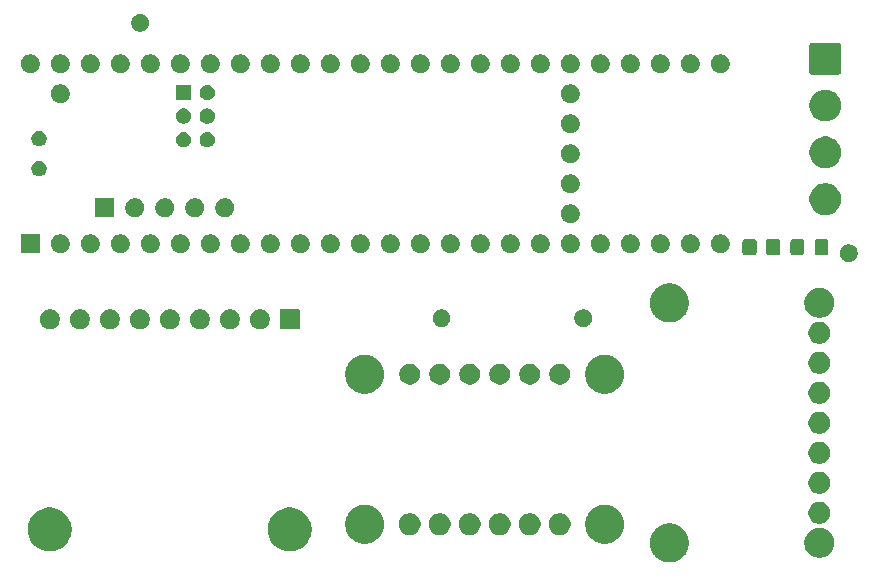
<source format=gbr>
%TF.GenerationSoftware,KiCad,Pcbnew,9.0.7-9.0.7~ubuntu24.04.1*%
%TF.CreationDate,2026-01-13T19:14:42-08:00*%
%TF.ProjectId,PIMU Suite,50494d55-2053-4756-9974-652e6b696361,4*%
%TF.SameCoordinates,Original*%
%TF.FileFunction,Soldermask,Top*%
%TF.FilePolarity,Negative*%
%FSLAX46Y46*%
G04 Gerber Fmt 4.6, Leading zero omitted, Abs format (unit mm)*
G04 Created by KiCad (PCBNEW 9.0.7-9.0.7~ubuntu24.04.1) date 2026-01-13 19:14:42*
%MOMM*%
%LPD*%
G01*
G04 APERTURE LIST*
G04 APERTURE END LIST*
G36*
X164418789Y-117384289D02*
G01*
X164429520Y-117384289D01*
X164482369Y-117392659D01*
X164622029Y-117411046D01*
X164656104Y-117420176D01*
X164685372Y-117424812D01*
X164741658Y-117443100D01*
X164830591Y-117466930D01*
X164887333Y-117490433D01*
X164931734Y-117504860D01*
X164973329Y-117526054D01*
X165030071Y-117549557D01*
X165109804Y-117595591D01*
X165162541Y-117622462D01*
X165186517Y-117639882D01*
X165217069Y-117657521D01*
X165328834Y-117743281D01*
X165372109Y-117774722D01*
X165379693Y-117782306D01*
X165388358Y-117788955D01*
X165541044Y-117941641D01*
X165547692Y-117950305D01*
X165555278Y-117957891D01*
X165586722Y-118001171D01*
X165672478Y-118112930D01*
X165690115Y-118143479D01*
X165707538Y-118167459D01*
X165734411Y-118220201D01*
X165780442Y-118299928D01*
X165803942Y-118356663D01*
X165825140Y-118398266D01*
X165839568Y-118442673D01*
X165863069Y-118499408D01*
X165886895Y-118588328D01*
X165905188Y-118644628D01*
X165909824Y-118673902D01*
X165918953Y-118707970D01*
X165937338Y-118847618D01*
X165945711Y-118900480D01*
X165945711Y-118911211D01*
X165947137Y-118922043D01*
X165947137Y-119137956D01*
X165945711Y-119148787D01*
X165945711Y-119159520D01*
X165937337Y-119212386D01*
X165918953Y-119352029D01*
X165909824Y-119386095D01*
X165905188Y-119415372D01*
X165886893Y-119471675D01*
X165863069Y-119560591D01*
X165839570Y-119617321D01*
X165825140Y-119661734D01*
X165803940Y-119703340D01*
X165780442Y-119760071D01*
X165734416Y-119839789D01*
X165707538Y-119892541D01*
X165690113Y-119916524D01*
X165672478Y-119947069D01*
X165586736Y-120058810D01*
X165555278Y-120102109D01*
X165547689Y-120109697D01*
X165541044Y-120118358D01*
X165388358Y-120271044D01*
X165379697Y-120277689D01*
X165372109Y-120285278D01*
X165328810Y-120316736D01*
X165217069Y-120402478D01*
X165186524Y-120420113D01*
X165162541Y-120437538D01*
X165109789Y-120464416D01*
X165030071Y-120510442D01*
X164973340Y-120533940D01*
X164931734Y-120555140D01*
X164887321Y-120569570D01*
X164830591Y-120593069D01*
X164741675Y-120616893D01*
X164685372Y-120635188D01*
X164656095Y-120639824D01*
X164622029Y-120648953D01*
X164482382Y-120667338D01*
X164429520Y-120675711D01*
X164418788Y-120675711D01*
X164407957Y-120677137D01*
X164192043Y-120677137D01*
X164181212Y-120675711D01*
X164170480Y-120675711D01*
X164117618Y-120667338D01*
X163977970Y-120648953D01*
X163943902Y-120639824D01*
X163914628Y-120635188D01*
X163858328Y-120616895D01*
X163769408Y-120593069D01*
X163712673Y-120569568D01*
X163668266Y-120555140D01*
X163626663Y-120533942D01*
X163569928Y-120510442D01*
X163490201Y-120464411D01*
X163437459Y-120437538D01*
X163413479Y-120420115D01*
X163382930Y-120402478D01*
X163271171Y-120316722D01*
X163227891Y-120285278D01*
X163220305Y-120277692D01*
X163211641Y-120271044D01*
X163058955Y-120118358D01*
X163052306Y-120109693D01*
X163044722Y-120102109D01*
X163013281Y-120058834D01*
X162927521Y-119947069D01*
X162909882Y-119916517D01*
X162892462Y-119892541D01*
X162865591Y-119839804D01*
X162819557Y-119760071D01*
X162796054Y-119703329D01*
X162774860Y-119661734D01*
X162760433Y-119617333D01*
X162736930Y-119560591D01*
X162713100Y-119471658D01*
X162694812Y-119415372D01*
X162690176Y-119386104D01*
X162681046Y-119352029D01*
X162662660Y-119212373D01*
X162654289Y-119159520D01*
X162654289Y-119148787D01*
X162652863Y-119137956D01*
X162652863Y-118922043D01*
X162654289Y-118911211D01*
X162654289Y-118900480D01*
X162662659Y-118847631D01*
X162681046Y-118707970D01*
X162690176Y-118673893D01*
X162694812Y-118644628D01*
X162713099Y-118588346D01*
X162736930Y-118499408D01*
X162760434Y-118442662D01*
X162774860Y-118398266D01*
X162796051Y-118356674D01*
X162819557Y-118299928D01*
X162865595Y-118220187D01*
X162892462Y-118167459D01*
X162909879Y-118143486D01*
X162927521Y-118112930D01*
X163013294Y-118001146D01*
X163044722Y-117957891D01*
X163052303Y-117950309D01*
X163058955Y-117941641D01*
X163211641Y-117788955D01*
X163220309Y-117782303D01*
X163227891Y-117774722D01*
X163271146Y-117743294D01*
X163382930Y-117657521D01*
X163413486Y-117639879D01*
X163437459Y-117622462D01*
X163490187Y-117595595D01*
X163569928Y-117549557D01*
X163626674Y-117526051D01*
X163668266Y-117504860D01*
X163712662Y-117490434D01*
X163769408Y-117466930D01*
X163858346Y-117443099D01*
X163914628Y-117424812D01*
X163943893Y-117420176D01*
X163977970Y-117411046D01*
X164117631Y-117392659D01*
X164170480Y-117384289D01*
X164181211Y-117384289D01*
X164192043Y-117382863D01*
X164407957Y-117382863D01*
X164418789Y-117384289D01*
G37*
G36*
X177296476Y-117795090D02*
G01*
X177486008Y-117856673D01*
X177663573Y-117947147D01*
X177824799Y-118064284D01*
X177965716Y-118205201D01*
X178082853Y-118366427D01*
X178173327Y-118543992D01*
X178234910Y-118733524D01*
X178266085Y-118930357D01*
X178266085Y-119129643D01*
X178234910Y-119326476D01*
X178173327Y-119516008D01*
X178082853Y-119693573D01*
X177965716Y-119854799D01*
X177824799Y-119995716D01*
X177663573Y-120112853D01*
X177486008Y-120203327D01*
X177296476Y-120264910D01*
X177099643Y-120296085D01*
X176900357Y-120296085D01*
X176703524Y-120264910D01*
X176513992Y-120203327D01*
X176336427Y-120112853D01*
X176175201Y-119995716D01*
X176034284Y-119854799D01*
X175917147Y-119693573D01*
X175826673Y-119516008D01*
X175765090Y-119326476D01*
X175733915Y-119129643D01*
X175733915Y-118930357D01*
X175765090Y-118733524D01*
X175826673Y-118543992D01*
X175917147Y-118366427D01*
X176034284Y-118205201D01*
X176175201Y-118064284D01*
X176336427Y-117947147D01*
X176513992Y-117856673D01*
X176703524Y-117795090D01*
X176900357Y-117763915D01*
X177099643Y-117763915D01*
X177296476Y-117795090D01*
G37*
G36*
X112202868Y-116065739D02*
G01*
X112437877Y-116128710D01*
X112662657Y-116221817D01*
X112873361Y-116343467D01*
X113066383Y-116491578D01*
X113238422Y-116663617D01*
X113386533Y-116856639D01*
X113508183Y-117067343D01*
X113601290Y-117292123D01*
X113664261Y-117527132D01*
X113696018Y-117768350D01*
X113696018Y-118011650D01*
X113664261Y-118252868D01*
X113601290Y-118487877D01*
X113508183Y-118712657D01*
X113386533Y-118923361D01*
X113238422Y-119116383D01*
X113066383Y-119288422D01*
X112873361Y-119436533D01*
X112662657Y-119558183D01*
X112437877Y-119651290D01*
X112202868Y-119714261D01*
X111961650Y-119746018D01*
X111718350Y-119746018D01*
X111477132Y-119714261D01*
X111242123Y-119651290D01*
X111017343Y-119558183D01*
X110806639Y-119436533D01*
X110613617Y-119288422D01*
X110441578Y-119116383D01*
X110293467Y-118923361D01*
X110171817Y-118712657D01*
X110078710Y-118487877D01*
X110015739Y-118252868D01*
X109983982Y-118011650D01*
X109983982Y-117768350D01*
X110015739Y-117527132D01*
X110078710Y-117292123D01*
X110171817Y-117067343D01*
X110293467Y-116856639D01*
X110441578Y-116663617D01*
X110613617Y-116491578D01*
X110806639Y-116343467D01*
X111017343Y-116221817D01*
X111242123Y-116128710D01*
X111477132Y-116065739D01*
X111718350Y-116033982D01*
X111961650Y-116033982D01*
X112202868Y-116065739D01*
G37*
G36*
X132522868Y-116065739D02*
G01*
X132757877Y-116128710D01*
X132982657Y-116221817D01*
X133193361Y-116343467D01*
X133386383Y-116491578D01*
X133558422Y-116663617D01*
X133706533Y-116856639D01*
X133828183Y-117067343D01*
X133921290Y-117292123D01*
X133984261Y-117527132D01*
X134016018Y-117768350D01*
X134016018Y-118011650D01*
X133984261Y-118252868D01*
X133921290Y-118487877D01*
X133828183Y-118712657D01*
X133706533Y-118923361D01*
X133558422Y-119116383D01*
X133386383Y-119288422D01*
X133193361Y-119436533D01*
X132982657Y-119558183D01*
X132757877Y-119651290D01*
X132522868Y-119714261D01*
X132281650Y-119746018D01*
X132038350Y-119746018D01*
X131797132Y-119714261D01*
X131562123Y-119651290D01*
X131337343Y-119558183D01*
X131126639Y-119436533D01*
X130933617Y-119288422D01*
X130761578Y-119116383D01*
X130613467Y-118923361D01*
X130491817Y-118712657D01*
X130398710Y-118487877D01*
X130335739Y-118252868D01*
X130303982Y-118011650D01*
X130303982Y-117768350D01*
X130335739Y-117527132D01*
X130398710Y-117292123D01*
X130491817Y-117067343D01*
X130613467Y-116856639D01*
X130761578Y-116663617D01*
X130933617Y-116491578D01*
X131126639Y-116343467D01*
X131337343Y-116221817D01*
X131562123Y-116128710D01*
X131797132Y-116065739D01*
X132038350Y-116033982D01*
X132281650Y-116033982D01*
X132522868Y-116065739D01*
G37*
G36*
X138618789Y-115804289D02*
G01*
X138629520Y-115804289D01*
X138682369Y-115812659D01*
X138822029Y-115831046D01*
X138856104Y-115840176D01*
X138885372Y-115844812D01*
X138941658Y-115863100D01*
X139030591Y-115886930D01*
X139087333Y-115910433D01*
X139131734Y-115924860D01*
X139173329Y-115946054D01*
X139230071Y-115969557D01*
X139309804Y-116015591D01*
X139362541Y-116042462D01*
X139386517Y-116059882D01*
X139417069Y-116077521D01*
X139528834Y-116163281D01*
X139572109Y-116194722D01*
X139579693Y-116202306D01*
X139588358Y-116208955D01*
X139741044Y-116361641D01*
X139747692Y-116370305D01*
X139755278Y-116377891D01*
X139786722Y-116421171D01*
X139872478Y-116532930D01*
X139890115Y-116563479D01*
X139907538Y-116587459D01*
X139934411Y-116640201D01*
X139980442Y-116719928D01*
X140003942Y-116776663D01*
X140025140Y-116818266D01*
X140039568Y-116862673D01*
X140063069Y-116919408D01*
X140086895Y-117008328D01*
X140105188Y-117064628D01*
X140109824Y-117093902D01*
X140118953Y-117127970D01*
X140137338Y-117267618D01*
X140145711Y-117320480D01*
X140145711Y-117331211D01*
X140147137Y-117342043D01*
X140147137Y-117557956D01*
X140145711Y-117568787D01*
X140145711Y-117579520D01*
X140137337Y-117632386D01*
X140118953Y-117772029D01*
X140109824Y-117806095D01*
X140105188Y-117835372D01*
X140086893Y-117891675D01*
X140063069Y-117980591D01*
X140039570Y-118037321D01*
X140025140Y-118081734D01*
X140003940Y-118123340D01*
X139980442Y-118180071D01*
X139934416Y-118259789D01*
X139907538Y-118312541D01*
X139890113Y-118336524D01*
X139872478Y-118367069D01*
X139786736Y-118478810D01*
X139755278Y-118522109D01*
X139747689Y-118529697D01*
X139741044Y-118538358D01*
X139588358Y-118691044D01*
X139579697Y-118697689D01*
X139572109Y-118705278D01*
X139528810Y-118736736D01*
X139417069Y-118822478D01*
X139386524Y-118840113D01*
X139362541Y-118857538D01*
X139309789Y-118884416D01*
X139230071Y-118930442D01*
X139173340Y-118953940D01*
X139131734Y-118975140D01*
X139087321Y-118989570D01*
X139030591Y-119013069D01*
X138941675Y-119036893D01*
X138885372Y-119055188D01*
X138856095Y-119059824D01*
X138822029Y-119068953D01*
X138682382Y-119087338D01*
X138629520Y-119095711D01*
X138618788Y-119095711D01*
X138607957Y-119097137D01*
X138392043Y-119097137D01*
X138381212Y-119095711D01*
X138370480Y-119095711D01*
X138317618Y-119087338D01*
X138177970Y-119068953D01*
X138143902Y-119059824D01*
X138114628Y-119055188D01*
X138058328Y-119036895D01*
X137969408Y-119013069D01*
X137912673Y-118989568D01*
X137868266Y-118975140D01*
X137826663Y-118953942D01*
X137769928Y-118930442D01*
X137690201Y-118884411D01*
X137637459Y-118857538D01*
X137613479Y-118840115D01*
X137582930Y-118822478D01*
X137471171Y-118736722D01*
X137427891Y-118705278D01*
X137420305Y-118697692D01*
X137411641Y-118691044D01*
X137258955Y-118538358D01*
X137252306Y-118529693D01*
X137244722Y-118522109D01*
X137213281Y-118478834D01*
X137127521Y-118367069D01*
X137109882Y-118336517D01*
X137092462Y-118312541D01*
X137065591Y-118259804D01*
X137019557Y-118180071D01*
X136996054Y-118123329D01*
X136974860Y-118081734D01*
X136960433Y-118037333D01*
X136936930Y-117980591D01*
X136913100Y-117891658D01*
X136894812Y-117835372D01*
X136890176Y-117806104D01*
X136881046Y-117772029D01*
X136862660Y-117632373D01*
X136854289Y-117579520D01*
X136854289Y-117568787D01*
X136852863Y-117557956D01*
X136852863Y-117342043D01*
X136854289Y-117331211D01*
X136854289Y-117320480D01*
X136862659Y-117267631D01*
X136881046Y-117127970D01*
X136890176Y-117093893D01*
X136894812Y-117064628D01*
X136913099Y-117008346D01*
X136936930Y-116919408D01*
X136960434Y-116862662D01*
X136974860Y-116818266D01*
X136996051Y-116776674D01*
X137019557Y-116719928D01*
X137065595Y-116640187D01*
X137092462Y-116587459D01*
X137109879Y-116563486D01*
X137127521Y-116532930D01*
X137213294Y-116421146D01*
X137244722Y-116377891D01*
X137252303Y-116370309D01*
X137258955Y-116361641D01*
X137411641Y-116208955D01*
X137420309Y-116202303D01*
X137427891Y-116194722D01*
X137471146Y-116163294D01*
X137582930Y-116077521D01*
X137613486Y-116059879D01*
X137637459Y-116042462D01*
X137690187Y-116015595D01*
X137769928Y-115969557D01*
X137826674Y-115946051D01*
X137868266Y-115924860D01*
X137912662Y-115910434D01*
X137969408Y-115886930D01*
X138058346Y-115863099D01*
X138114628Y-115844812D01*
X138143893Y-115840176D01*
X138177970Y-115831046D01*
X138317631Y-115812659D01*
X138370480Y-115804289D01*
X138381211Y-115804289D01*
X138392043Y-115802863D01*
X138607957Y-115802863D01*
X138618789Y-115804289D01*
G37*
G36*
X158938789Y-115804289D02*
G01*
X158949520Y-115804289D01*
X159002369Y-115812659D01*
X159142029Y-115831046D01*
X159176104Y-115840176D01*
X159205372Y-115844812D01*
X159261658Y-115863100D01*
X159350591Y-115886930D01*
X159407333Y-115910433D01*
X159451734Y-115924860D01*
X159493329Y-115946054D01*
X159550071Y-115969557D01*
X159629804Y-116015591D01*
X159682541Y-116042462D01*
X159706517Y-116059882D01*
X159737069Y-116077521D01*
X159848834Y-116163281D01*
X159892109Y-116194722D01*
X159899693Y-116202306D01*
X159908358Y-116208955D01*
X160061044Y-116361641D01*
X160067692Y-116370305D01*
X160075278Y-116377891D01*
X160106722Y-116421171D01*
X160192478Y-116532930D01*
X160210115Y-116563479D01*
X160227538Y-116587459D01*
X160254411Y-116640201D01*
X160300442Y-116719928D01*
X160323942Y-116776663D01*
X160345140Y-116818266D01*
X160359568Y-116862673D01*
X160383069Y-116919408D01*
X160406895Y-117008328D01*
X160425188Y-117064628D01*
X160429824Y-117093902D01*
X160438953Y-117127970D01*
X160457338Y-117267618D01*
X160465711Y-117320480D01*
X160465711Y-117331211D01*
X160467137Y-117342043D01*
X160467137Y-117557956D01*
X160465711Y-117568787D01*
X160465711Y-117579520D01*
X160457337Y-117632386D01*
X160438953Y-117772029D01*
X160429824Y-117806095D01*
X160425188Y-117835372D01*
X160406893Y-117891675D01*
X160383069Y-117980591D01*
X160359570Y-118037321D01*
X160345140Y-118081734D01*
X160323940Y-118123340D01*
X160300442Y-118180071D01*
X160254416Y-118259789D01*
X160227538Y-118312541D01*
X160210113Y-118336524D01*
X160192478Y-118367069D01*
X160106736Y-118478810D01*
X160075278Y-118522109D01*
X160067689Y-118529697D01*
X160061044Y-118538358D01*
X159908358Y-118691044D01*
X159899697Y-118697689D01*
X159892109Y-118705278D01*
X159848810Y-118736736D01*
X159737069Y-118822478D01*
X159706524Y-118840113D01*
X159682541Y-118857538D01*
X159629789Y-118884416D01*
X159550071Y-118930442D01*
X159493340Y-118953940D01*
X159451734Y-118975140D01*
X159407321Y-118989570D01*
X159350591Y-119013069D01*
X159261675Y-119036893D01*
X159205372Y-119055188D01*
X159176095Y-119059824D01*
X159142029Y-119068953D01*
X159002382Y-119087338D01*
X158949520Y-119095711D01*
X158938788Y-119095711D01*
X158927957Y-119097137D01*
X158712043Y-119097137D01*
X158701212Y-119095711D01*
X158690480Y-119095711D01*
X158637618Y-119087338D01*
X158497970Y-119068953D01*
X158463902Y-119059824D01*
X158434628Y-119055188D01*
X158378328Y-119036895D01*
X158289408Y-119013069D01*
X158232673Y-118989568D01*
X158188266Y-118975140D01*
X158146663Y-118953942D01*
X158089928Y-118930442D01*
X158010201Y-118884411D01*
X157957459Y-118857538D01*
X157933479Y-118840115D01*
X157902930Y-118822478D01*
X157791171Y-118736722D01*
X157747891Y-118705278D01*
X157740305Y-118697692D01*
X157731641Y-118691044D01*
X157578955Y-118538358D01*
X157572306Y-118529693D01*
X157564722Y-118522109D01*
X157533281Y-118478834D01*
X157447521Y-118367069D01*
X157429882Y-118336517D01*
X157412462Y-118312541D01*
X157385591Y-118259804D01*
X157339557Y-118180071D01*
X157316054Y-118123329D01*
X157294860Y-118081734D01*
X157280433Y-118037333D01*
X157256930Y-117980591D01*
X157233100Y-117891658D01*
X157214812Y-117835372D01*
X157210176Y-117806104D01*
X157201046Y-117772029D01*
X157182660Y-117632373D01*
X157174289Y-117579520D01*
X157174289Y-117568787D01*
X157172863Y-117557956D01*
X157172863Y-117342043D01*
X157174289Y-117331211D01*
X157174289Y-117320480D01*
X157182659Y-117267631D01*
X157201046Y-117127970D01*
X157210176Y-117093893D01*
X157214812Y-117064628D01*
X157233099Y-117008346D01*
X157256930Y-116919408D01*
X157280434Y-116862662D01*
X157294860Y-116818266D01*
X157316051Y-116776674D01*
X157339557Y-116719928D01*
X157385595Y-116640187D01*
X157412462Y-116587459D01*
X157429879Y-116563486D01*
X157447521Y-116532930D01*
X157533294Y-116421146D01*
X157564722Y-116377891D01*
X157572303Y-116370309D01*
X157578955Y-116361641D01*
X157731641Y-116208955D01*
X157740309Y-116202303D01*
X157747891Y-116194722D01*
X157791146Y-116163294D01*
X157902930Y-116077521D01*
X157933486Y-116059879D01*
X157957459Y-116042462D01*
X158010187Y-116015595D01*
X158089928Y-115969557D01*
X158146674Y-115946051D01*
X158188266Y-115924860D01*
X158232662Y-115910434D01*
X158289408Y-115886930D01*
X158378346Y-115863099D01*
X158434628Y-115844812D01*
X158463893Y-115840176D01*
X158497970Y-115831046D01*
X158637631Y-115812659D01*
X158690480Y-115804289D01*
X158701211Y-115804289D01*
X158712043Y-115802863D01*
X158927957Y-115802863D01*
X158938789Y-115804289D01*
G37*
G36*
X142582810Y-116550667D02*
G01*
X142753019Y-116621170D01*
X142906203Y-116723525D01*
X143036475Y-116853797D01*
X143138830Y-117006981D01*
X143209333Y-117177190D01*
X143245275Y-117357883D01*
X143245275Y-117542117D01*
X143209333Y-117722810D01*
X143138830Y-117893019D01*
X143036475Y-118046203D01*
X142906203Y-118176475D01*
X142753019Y-118278830D01*
X142582810Y-118349333D01*
X142402117Y-118385275D01*
X142217883Y-118385275D01*
X142037190Y-118349333D01*
X141866981Y-118278830D01*
X141713797Y-118176475D01*
X141583525Y-118046203D01*
X141481170Y-117893019D01*
X141410667Y-117722810D01*
X141374725Y-117542117D01*
X141374725Y-117357883D01*
X141410667Y-117177190D01*
X141481170Y-117006981D01*
X141583525Y-116853797D01*
X141713797Y-116723525D01*
X141866981Y-116621170D01*
X142037190Y-116550667D01*
X142217883Y-116514725D01*
X142402117Y-116514725D01*
X142582810Y-116550667D01*
G37*
G36*
X145122810Y-116550667D02*
G01*
X145293019Y-116621170D01*
X145446203Y-116723525D01*
X145576475Y-116853797D01*
X145678830Y-117006981D01*
X145749333Y-117177190D01*
X145785275Y-117357883D01*
X145785275Y-117542117D01*
X145749333Y-117722810D01*
X145678830Y-117893019D01*
X145576475Y-118046203D01*
X145446203Y-118176475D01*
X145293019Y-118278830D01*
X145122810Y-118349333D01*
X144942117Y-118385275D01*
X144757883Y-118385275D01*
X144577190Y-118349333D01*
X144406981Y-118278830D01*
X144253797Y-118176475D01*
X144123525Y-118046203D01*
X144021170Y-117893019D01*
X143950667Y-117722810D01*
X143914725Y-117542117D01*
X143914725Y-117357883D01*
X143950667Y-117177190D01*
X144021170Y-117006981D01*
X144123525Y-116853797D01*
X144253797Y-116723525D01*
X144406981Y-116621170D01*
X144577190Y-116550667D01*
X144757883Y-116514725D01*
X144942117Y-116514725D01*
X145122810Y-116550667D01*
G37*
G36*
X147662810Y-116550667D02*
G01*
X147833019Y-116621170D01*
X147986203Y-116723525D01*
X148116475Y-116853797D01*
X148218830Y-117006981D01*
X148289333Y-117177190D01*
X148325275Y-117357883D01*
X148325275Y-117542117D01*
X148289333Y-117722810D01*
X148218830Y-117893019D01*
X148116475Y-118046203D01*
X147986203Y-118176475D01*
X147833019Y-118278830D01*
X147662810Y-118349333D01*
X147482117Y-118385275D01*
X147297883Y-118385275D01*
X147117190Y-118349333D01*
X146946981Y-118278830D01*
X146793797Y-118176475D01*
X146663525Y-118046203D01*
X146561170Y-117893019D01*
X146490667Y-117722810D01*
X146454725Y-117542117D01*
X146454725Y-117357883D01*
X146490667Y-117177190D01*
X146561170Y-117006981D01*
X146663525Y-116853797D01*
X146793797Y-116723525D01*
X146946981Y-116621170D01*
X147117190Y-116550667D01*
X147297883Y-116514725D01*
X147482117Y-116514725D01*
X147662810Y-116550667D01*
G37*
G36*
X150202810Y-116550667D02*
G01*
X150373019Y-116621170D01*
X150526203Y-116723525D01*
X150656475Y-116853797D01*
X150758830Y-117006981D01*
X150829333Y-117177190D01*
X150865275Y-117357883D01*
X150865275Y-117542117D01*
X150829333Y-117722810D01*
X150758830Y-117893019D01*
X150656475Y-118046203D01*
X150526203Y-118176475D01*
X150373019Y-118278830D01*
X150202810Y-118349333D01*
X150022117Y-118385275D01*
X149837883Y-118385275D01*
X149657190Y-118349333D01*
X149486981Y-118278830D01*
X149333797Y-118176475D01*
X149203525Y-118046203D01*
X149101170Y-117893019D01*
X149030667Y-117722810D01*
X148994725Y-117542117D01*
X148994725Y-117357883D01*
X149030667Y-117177190D01*
X149101170Y-117006981D01*
X149203525Y-116853797D01*
X149333797Y-116723525D01*
X149486981Y-116621170D01*
X149657190Y-116550667D01*
X149837883Y-116514725D01*
X150022117Y-116514725D01*
X150202810Y-116550667D01*
G37*
G36*
X152742810Y-116550667D02*
G01*
X152913019Y-116621170D01*
X153066203Y-116723525D01*
X153196475Y-116853797D01*
X153298830Y-117006981D01*
X153369333Y-117177190D01*
X153405275Y-117357883D01*
X153405275Y-117542117D01*
X153369333Y-117722810D01*
X153298830Y-117893019D01*
X153196475Y-118046203D01*
X153066203Y-118176475D01*
X152913019Y-118278830D01*
X152742810Y-118349333D01*
X152562117Y-118385275D01*
X152377883Y-118385275D01*
X152197190Y-118349333D01*
X152026981Y-118278830D01*
X151873797Y-118176475D01*
X151743525Y-118046203D01*
X151641170Y-117893019D01*
X151570667Y-117722810D01*
X151534725Y-117542117D01*
X151534725Y-117357883D01*
X151570667Y-117177190D01*
X151641170Y-117006981D01*
X151743525Y-116853797D01*
X151873797Y-116723525D01*
X152026981Y-116621170D01*
X152197190Y-116550667D01*
X152377883Y-116514725D01*
X152562117Y-116514725D01*
X152742810Y-116550667D01*
G37*
G36*
X155282810Y-116550667D02*
G01*
X155453019Y-116621170D01*
X155606203Y-116723525D01*
X155736475Y-116853797D01*
X155838830Y-117006981D01*
X155909333Y-117177190D01*
X155945275Y-117357883D01*
X155945275Y-117542117D01*
X155909333Y-117722810D01*
X155838830Y-117893019D01*
X155736475Y-118046203D01*
X155606203Y-118176475D01*
X155453019Y-118278830D01*
X155282810Y-118349333D01*
X155102117Y-118385275D01*
X154917883Y-118385275D01*
X154737190Y-118349333D01*
X154566981Y-118278830D01*
X154413797Y-118176475D01*
X154283525Y-118046203D01*
X154181170Y-117893019D01*
X154110667Y-117722810D01*
X154074725Y-117542117D01*
X154074725Y-117357883D01*
X154110667Y-117177190D01*
X154181170Y-117006981D01*
X154283525Y-116853797D01*
X154413797Y-116723525D01*
X154566981Y-116621170D01*
X154737190Y-116550667D01*
X154917883Y-116514725D01*
X155102117Y-116514725D01*
X155282810Y-116550667D01*
G37*
G36*
X177272810Y-115590667D02*
G01*
X177443019Y-115661170D01*
X177596203Y-115763525D01*
X177726475Y-115893797D01*
X177828830Y-116046981D01*
X177899333Y-116217190D01*
X177935275Y-116397883D01*
X177935275Y-116582117D01*
X177899333Y-116762810D01*
X177828830Y-116933019D01*
X177726475Y-117086203D01*
X177596203Y-117216475D01*
X177443019Y-117318830D01*
X177272810Y-117389333D01*
X177092117Y-117425275D01*
X176907883Y-117425275D01*
X176727190Y-117389333D01*
X176556981Y-117318830D01*
X176403797Y-117216475D01*
X176273525Y-117086203D01*
X176171170Y-116933019D01*
X176100667Y-116762810D01*
X176064725Y-116582117D01*
X176064725Y-116397883D01*
X176100667Y-116217190D01*
X176171170Y-116046981D01*
X176273525Y-115893797D01*
X176403797Y-115763525D01*
X176556981Y-115661170D01*
X176727190Y-115590667D01*
X176907883Y-115554725D01*
X177092117Y-115554725D01*
X177272810Y-115590667D01*
G37*
G36*
X177272810Y-113050667D02*
G01*
X177443019Y-113121170D01*
X177596203Y-113223525D01*
X177726475Y-113353797D01*
X177828830Y-113506981D01*
X177899333Y-113677190D01*
X177935275Y-113857883D01*
X177935275Y-114042117D01*
X177899333Y-114222810D01*
X177828830Y-114393019D01*
X177726475Y-114546203D01*
X177596203Y-114676475D01*
X177443019Y-114778830D01*
X177272810Y-114849333D01*
X177092117Y-114885275D01*
X176907883Y-114885275D01*
X176727190Y-114849333D01*
X176556981Y-114778830D01*
X176403797Y-114676475D01*
X176273525Y-114546203D01*
X176171170Y-114393019D01*
X176100667Y-114222810D01*
X176064725Y-114042117D01*
X176064725Y-113857883D01*
X176100667Y-113677190D01*
X176171170Y-113506981D01*
X176273525Y-113353797D01*
X176403797Y-113223525D01*
X176556981Y-113121170D01*
X176727190Y-113050667D01*
X176907883Y-113014725D01*
X177092117Y-113014725D01*
X177272810Y-113050667D01*
G37*
G36*
X177272810Y-110510667D02*
G01*
X177443019Y-110581170D01*
X177596203Y-110683525D01*
X177726475Y-110813797D01*
X177828830Y-110966981D01*
X177899333Y-111137190D01*
X177935275Y-111317883D01*
X177935275Y-111502117D01*
X177899333Y-111682810D01*
X177828830Y-111853019D01*
X177726475Y-112006203D01*
X177596203Y-112136475D01*
X177443019Y-112238830D01*
X177272810Y-112309333D01*
X177092117Y-112345275D01*
X176907883Y-112345275D01*
X176727190Y-112309333D01*
X176556981Y-112238830D01*
X176403797Y-112136475D01*
X176273525Y-112006203D01*
X176171170Y-111853019D01*
X176100667Y-111682810D01*
X176064725Y-111502117D01*
X176064725Y-111317883D01*
X176100667Y-111137190D01*
X176171170Y-110966981D01*
X176273525Y-110813797D01*
X176403797Y-110683525D01*
X176556981Y-110581170D01*
X176727190Y-110510667D01*
X176907883Y-110474725D01*
X177092117Y-110474725D01*
X177272810Y-110510667D01*
G37*
G36*
X177272810Y-107970667D02*
G01*
X177443019Y-108041170D01*
X177596203Y-108143525D01*
X177726475Y-108273797D01*
X177828830Y-108426981D01*
X177899333Y-108597190D01*
X177935275Y-108777883D01*
X177935275Y-108962117D01*
X177899333Y-109142810D01*
X177828830Y-109313019D01*
X177726475Y-109466203D01*
X177596203Y-109596475D01*
X177443019Y-109698830D01*
X177272810Y-109769333D01*
X177092117Y-109805275D01*
X176907883Y-109805275D01*
X176727190Y-109769333D01*
X176556981Y-109698830D01*
X176403797Y-109596475D01*
X176273525Y-109466203D01*
X176171170Y-109313019D01*
X176100667Y-109142810D01*
X176064725Y-108962117D01*
X176064725Y-108777883D01*
X176100667Y-108597190D01*
X176171170Y-108426981D01*
X176273525Y-108273797D01*
X176403797Y-108143525D01*
X176556981Y-108041170D01*
X176727190Y-107970667D01*
X176907883Y-107934725D01*
X177092117Y-107934725D01*
X177272810Y-107970667D01*
G37*
G36*
X177272810Y-105430667D02*
G01*
X177443019Y-105501170D01*
X177596203Y-105603525D01*
X177726475Y-105733797D01*
X177828830Y-105886981D01*
X177899333Y-106057190D01*
X177935275Y-106237883D01*
X177935275Y-106422117D01*
X177899333Y-106602810D01*
X177828830Y-106773019D01*
X177726475Y-106926203D01*
X177596203Y-107056475D01*
X177443019Y-107158830D01*
X177272810Y-107229333D01*
X177092117Y-107265275D01*
X176907883Y-107265275D01*
X176727190Y-107229333D01*
X176556981Y-107158830D01*
X176403797Y-107056475D01*
X176273525Y-106926203D01*
X176171170Y-106773019D01*
X176100667Y-106602810D01*
X176064725Y-106422117D01*
X176064725Y-106237883D01*
X176100667Y-106057190D01*
X176171170Y-105886981D01*
X176273525Y-105733797D01*
X176403797Y-105603525D01*
X176556981Y-105501170D01*
X176727190Y-105430667D01*
X176907883Y-105394725D01*
X177092117Y-105394725D01*
X177272810Y-105430667D01*
G37*
G36*
X138618789Y-103104289D02*
G01*
X138629520Y-103104289D01*
X138682369Y-103112659D01*
X138822029Y-103131046D01*
X138856104Y-103140176D01*
X138885372Y-103144812D01*
X138941658Y-103163100D01*
X139030591Y-103186930D01*
X139087333Y-103210433D01*
X139131734Y-103224860D01*
X139173329Y-103246054D01*
X139230071Y-103269557D01*
X139309804Y-103315591D01*
X139362541Y-103342462D01*
X139386517Y-103359882D01*
X139417069Y-103377521D01*
X139528834Y-103463281D01*
X139572109Y-103494722D01*
X139579693Y-103502306D01*
X139588358Y-103508955D01*
X139741044Y-103661641D01*
X139747692Y-103670305D01*
X139755278Y-103677891D01*
X139786722Y-103721171D01*
X139872478Y-103832930D01*
X139890115Y-103863479D01*
X139907538Y-103887459D01*
X139934411Y-103940201D01*
X139980442Y-104019928D01*
X140003942Y-104076663D01*
X140025140Y-104118266D01*
X140039568Y-104162673D01*
X140063069Y-104219408D01*
X140086895Y-104308328D01*
X140105188Y-104364628D01*
X140109824Y-104393902D01*
X140118953Y-104427970D01*
X140137338Y-104567618D01*
X140145711Y-104620480D01*
X140145711Y-104631211D01*
X140147137Y-104642043D01*
X140147137Y-104857956D01*
X140145711Y-104868787D01*
X140145711Y-104879520D01*
X140137337Y-104932386D01*
X140118953Y-105072029D01*
X140109824Y-105106095D01*
X140105188Y-105135372D01*
X140086893Y-105191675D01*
X140063069Y-105280591D01*
X140039570Y-105337321D01*
X140025140Y-105381734D01*
X140003940Y-105423340D01*
X139980442Y-105480071D01*
X139934416Y-105559789D01*
X139907538Y-105612541D01*
X139890113Y-105636524D01*
X139872478Y-105667069D01*
X139786736Y-105778810D01*
X139755278Y-105822109D01*
X139747689Y-105829697D01*
X139741044Y-105838358D01*
X139588358Y-105991044D01*
X139579697Y-105997689D01*
X139572109Y-106005278D01*
X139528810Y-106036736D01*
X139417069Y-106122478D01*
X139386524Y-106140113D01*
X139362541Y-106157538D01*
X139309789Y-106184416D01*
X139230071Y-106230442D01*
X139173340Y-106253940D01*
X139131734Y-106275140D01*
X139087321Y-106289570D01*
X139030591Y-106313069D01*
X138941675Y-106336893D01*
X138885372Y-106355188D01*
X138856095Y-106359824D01*
X138822029Y-106368953D01*
X138682382Y-106387338D01*
X138629520Y-106395711D01*
X138618788Y-106395711D01*
X138607957Y-106397137D01*
X138392043Y-106397137D01*
X138381212Y-106395711D01*
X138370480Y-106395711D01*
X138317618Y-106387338D01*
X138177970Y-106368953D01*
X138143902Y-106359824D01*
X138114628Y-106355188D01*
X138058328Y-106336895D01*
X137969408Y-106313069D01*
X137912673Y-106289568D01*
X137868266Y-106275140D01*
X137826663Y-106253942D01*
X137769928Y-106230442D01*
X137690201Y-106184411D01*
X137637459Y-106157538D01*
X137613479Y-106140115D01*
X137582930Y-106122478D01*
X137471171Y-106036722D01*
X137427891Y-106005278D01*
X137420305Y-105997692D01*
X137411641Y-105991044D01*
X137258955Y-105838358D01*
X137252306Y-105829693D01*
X137244722Y-105822109D01*
X137213281Y-105778834D01*
X137127521Y-105667069D01*
X137109882Y-105636517D01*
X137092462Y-105612541D01*
X137065591Y-105559804D01*
X137019557Y-105480071D01*
X136996054Y-105423329D01*
X136974860Y-105381734D01*
X136960433Y-105337333D01*
X136936930Y-105280591D01*
X136913100Y-105191658D01*
X136894812Y-105135372D01*
X136890176Y-105106104D01*
X136881046Y-105072029D01*
X136862660Y-104932373D01*
X136854289Y-104879520D01*
X136854289Y-104868787D01*
X136852863Y-104857956D01*
X136852863Y-104642043D01*
X136854289Y-104631211D01*
X136854289Y-104620480D01*
X136862659Y-104567631D01*
X136881046Y-104427970D01*
X136890176Y-104393893D01*
X136894812Y-104364628D01*
X136913099Y-104308346D01*
X136936930Y-104219408D01*
X136960434Y-104162662D01*
X136974860Y-104118266D01*
X136996051Y-104076674D01*
X137019557Y-104019928D01*
X137065595Y-103940187D01*
X137092462Y-103887459D01*
X137109879Y-103863486D01*
X137127521Y-103832930D01*
X137213294Y-103721146D01*
X137244722Y-103677891D01*
X137252303Y-103670309D01*
X137258955Y-103661641D01*
X137411641Y-103508955D01*
X137420309Y-103502303D01*
X137427891Y-103494722D01*
X137471146Y-103463294D01*
X137582930Y-103377521D01*
X137613486Y-103359879D01*
X137637459Y-103342462D01*
X137690187Y-103315595D01*
X137769928Y-103269557D01*
X137826674Y-103246051D01*
X137868266Y-103224860D01*
X137912662Y-103210434D01*
X137969408Y-103186930D01*
X138058346Y-103163099D01*
X138114628Y-103144812D01*
X138143893Y-103140176D01*
X138177970Y-103131046D01*
X138317631Y-103112659D01*
X138370480Y-103104289D01*
X138381211Y-103104289D01*
X138392043Y-103102863D01*
X138607957Y-103102863D01*
X138618789Y-103104289D01*
G37*
G36*
X158938789Y-103104289D02*
G01*
X158949520Y-103104289D01*
X159002369Y-103112659D01*
X159142029Y-103131046D01*
X159176104Y-103140176D01*
X159205372Y-103144812D01*
X159261658Y-103163100D01*
X159350591Y-103186930D01*
X159407333Y-103210433D01*
X159451734Y-103224860D01*
X159493329Y-103246054D01*
X159550071Y-103269557D01*
X159629804Y-103315591D01*
X159682541Y-103342462D01*
X159706517Y-103359882D01*
X159737069Y-103377521D01*
X159848834Y-103463281D01*
X159892109Y-103494722D01*
X159899693Y-103502306D01*
X159908358Y-103508955D01*
X160061044Y-103661641D01*
X160067692Y-103670305D01*
X160075278Y-103677891D01*
X160106722Y-103721171D01*
X160192478Y-103832930D01*
X160210115Y-103863479D01*
X160227538Y-103887459D01*
X160254411Y-103940201D01*
X160300442Y-104019928D01*
X160323942Y-104076663D01*
X160345140Y-104118266D01*
X160359568Y-104162673D01*
X160383069Y-104219408D01*
X160406895Y-104308328D01*
X160425188Y-104364628D01*
X160429824Y-104393902D01*
X160438953Y-104427970D01*
X160457338Y-104567618D01*
X160465711Y-104620480D01*
X160465711Y-104631211D01*
X160467137Y-104642043D01*
X160467137Y-104857956D01*
X160465711Y-104868787D01*
X160465711Y-104879520D01*
X160457337Y-104932386D01*
X160438953Y-105072029D01*
X160429824Y-105106095D01*
X160425188Y-105135372D01*
X160406893Y-105191675D01*
X160383069Y-105280591D01*
X160359570Y-105337321D01*
X160345140Y-105381734D01*
X160323940Y-105423340D01*
X160300442Y-105480071D01*
X160254416Y-105559789D01*
X160227538Y-105612541D01*
X160210113Y-105636524D01*
X160192478Y-105667069D01*
X160106736Y-105778810D01*
X160075278Y-105822109D01*
X160067689Y-105829697D01*
X160061044Y-105838358D01*
X159908358Y-105991044D01*
X159899697Y-105997689D01*
X159892109Y-106005278D01*
X159848810Y-106036736D01*
X159737069Y-106122478D01*
X159706524Y-106140113D01*
X159682541Y-106157538D01*
X159629789Y-106184416D01*
X159550071Y-106230442D01*
X159493340Y-106253940D01*
X159451734Y-106275140D01*
X159407321Y-106289570D01*
X159350591Y-106313069D01*
X159261675Y-106336893D01*
X159205372Y-106355188D01*
X159176095Y-106359824D01*
X159142029Y-106368953D01*
X159002382Y-106387338D01*
X158949520Y-106395711D01*
X158938788Y-106395711D01*
X158927957Y-106397137D01*
X158712043Y-106397137D01*
X158701212Y-106395711D01*
X158690480Y-106395711D01*
X158637618Y-106387338D01*
X158497970Y-106368953D01*
X158463902Y-106359824D01*
X158434628Y-106355188D01*
X158378328Y-106336895D01*
X158289408Y-106313069D01*
X158232673Y-106289568D01*
X158188266Y-106275140D01*
X158146663Y-106253942D01*
X158089928Y-106230442D01*
X158010201Y-106184411D01*
X157957459Y-106157538D01*
X157933479Y-106140115D01*
X157902930Y-106122478D01*
X157791171Y-106036722D01*
X157747891Y-106005278D01*
X157740305Y-105997692D01*
X157731641Y-105991044D01*
X157578955Y-105838358D01*
X157572306Y-105829693D01*
X157564722Y-105822109D01*
X157533281Y-105778834D01*
X157447521Y-105667069D01*
X157429882Y-105636517D01*
X157412462Y-105612541D01*
X157385591Y-105559804D01*
X157339557Y-105480071D01*
X157316054Y-105423329D01*
X157294860Y-105381734D01*
X157280433Y-105337333D01*
X157256930Y-105280591D01*
X157233100Y-105191658D01*
X157214812Y-105135372D01*
X157210176Y-105106104D01*
X157201046Y-105072029D01*
X157182660Y-104932373D01*
X157174289Y-104879520D01*
X157174289Y-104868787D01*
X157172863Y-104857956D01*
X157172863Y-104642043D01*
X157174289Y-104631211D01*
X157174289Y-104620480D01*
X157182659Y-104567631D01*
X157201046Y-104427970D01*
X157210176Y-104393893D01*
X157214812Y-104364628D01*
X157233099Y-104308346D01*
X157256930Y-104219408D01*
X157280434Y-104162662D01*
X157294860Y-104118266D01*
X157316051Y-104076674D01*
X157339557Y-104019928D01*
X157385595Y-103940187D01*
X157412462Y-103887459D01*
X157429879Y-103863486D01*
X157447521Y-103832930D01*
X157533294Y-103721146D01*
X157564722Y-103677891D01*
X157572303Y-103670309D01*
X157578955Y-103661641D01*
X157731641Y-103508955D01*
X157740309Y-103502303D01*
X157747891Y-103494722D01*
X157791146Y-103463294D01*
X157902930Y-103377521D01*
X157933486Y-103359879D01*
X157957459Y-103342462D01*
X158010187Y-103315595D01*
X158089928Y-103269557D01*
X158146674Y-103246051D01*
X158188266Y-103224860D01*
X158232662Y-103210434D01*
X158289408Y-103186930D01*
X158378346Y-103163099D01*
X158434628Y-103144812D01*
X158463893Y-103140176D01*
X158497970Y-103131046D01*
X158637631Y-103112659D01*
X158690480Y-103104289D01*
X158701211Y-103104289D01*
X158712043Y-103102863D01*
X158927957Y-103102863D01*
X158938789Y-103104289D01*
G37*
G36*
X142568063Y-103899280D02*
G01*
X142729072Y-103965972D01*
X142873976Y-104062794D01*
X142997206Y-104186024D01*
X143094028Y-104330928D01*
X143160720Y-104491937D01*
X143194719Y-104662863D01*
X143194719Y-104837137D01*
X143160720Y-105008063D01*
X143094028Y-105169072D01*
X142997206Y-105313976D01*
X142873976Y-105437206D01*
X142729072Y-105534028D01*
X142568063Y-105600720D01*
X142397137Y-105634719D01*
X142222863Y-105634719D01*
X142051937Y-105600720D01*
X141890928Y-105534028D01*
X141746024Y-105437206D01*
X141622794Y-105313976D01*
X141525972Y-105169072D01*
X141459280Y-105008063D01*
X141425281Y-104837137D01*
X141425281Y-104662863D01*
X141459280Y-104491937D01*
X141525972Y-104330928D01*
X141622794Y-104186024D01*
X141746024Y-104062794D01*
X141890928Y-103965972D01*
X142051937Y-103899280D01*
X142222863Y-103865281D01*
X142397137Y-103865281D01*
X142568063Y-103899280D01*
G37*
G36*
X145108063Y-103899280D02*
G01*
X145269072Y-103965972D01*
X145413976Y-104062794D01*
X145537206Y-104186024D01*
X145634028Y-104330928D01*
X145700720Y-104491937D01*
X145734719Y-104662863D01*
X145734719Y-104837137D01*
X145700720Y-105008063D01*
X145634028Y-105169072D01*
X145537206Y-105313976D01*
X145413976Y-105437206D01*
X145269072Y-105534028D01*
X145108063Y-105600720D01*
X144937137Y-105634719D01*
X144762863Y-105634719D01*
X144591937Y-105600720D01*
X144430928Y-105534028D01*
X144286024Y-105437206D01*
X144162794Y-105313976D01*
X144065972Y-105169072D01*
X143999280Y-105008063D01*
X143965281Y-104837137D01*
X143965281Y-104662863D01*
X143999280Y-104491937D01*
X144065972Y-104330928D01*
X144162794Y-104186024D01*
X144286024Y-104062794D01*
X144430928Y-103965972D01*
X144591937Y-103899280D01*
X144762863Y-103865281D01*
X144937137Y-103865281D01*
X145108063Y-103899280D01*
G37*
G36*
X147648063Y-103899280D02*
G01*
X147809072Y-103965972D01*
X147953976Y-104062794D01*
X148077206Y-104186024D01*
X148174028Y-104330928D01*
X148240720Y-104491937D01*
X148274719Y-104662863D01*
X148274719Y-104837137D01*
X148240720Y-105008063D01*
X148174028Y-105169072D01*
X148077206Y-105313976D01*
X147953976Y-105437206D01*
X147809072Y-105534028D01*
X147648063Y-105600720D01*
X147477137Y-105634719D01*
X147302863Y-105634719D01*
X147131937Y-105600720D01*
X146970928Y-105534028D01*
X146826024Y-105437206D01*
X146702794Y-105313976D01*
X146605972Y-105169072D01*
X146539280Y-105008063D01*
X146505281Y-104837137D01*
X146505281Y-104662863D01*
X146539280Y-104491937D01*
X146605972Y-104330928D01*
X146702794Y-104186024D01*
X146826024Y-104062794D01*
X146970928Y-103965972D01*
X147131937Y-103899280D01*
X147302863Y-103865281D01*
X147477137Y-103865281D01*
X147648063Y-103899280D01*
G37*
G36*
X150188063Y-103899280D02*
G01*
X150349072Y-103965972D01*
X150493976Y-104062794D01*
X150617206Y-104186024D01*
X150714028Y-104330928D01*
X150780720Y-104491937D01*
X150814719Y-104662863D01*
X150814719Y-104837137D01*
X150780720Y-105008063D01*
X150714028Y-105169072D01*
X150617206Y-105313976D01*
X150493976Y-105437206D01*
X150349072Y-105534028D01*
X150188063Y-105600720D01*
X150017137Y-105634719D01*
X149842863Y-105634719D01*
X149671937Y-105600720D01*
X149510928Y-105534028D01*
X149366024Y-105437206D01*
X149242794Y-105313976D01*
X149145972Y-105169072D01*
X149079280Y-105008063D01*
X149045281Y-104837137D01*
X149045281Y-104662863D01*
X149079280Y-104491937D01*
X149145972Y-104330928D01*
X149242794Y-104186024D01*
X149366024Y-104062794D01*
X149510928Y-103965972D01*
X149671937Y-103899280D01*
X149842863Y-103865281D01*
X150017137Y-103865281D01*
X150188063Y-103899280D01*
G37*
G36*
X152728063Y-103899280D02*
G01*
X152889072Y-103965972D01*
X153033976Y-104062794D01*
X153157206Y-104186024D01*
X153254028Y-104330928D01*
X153320720Y-104491937D01*
X153354719Y-104662863D01*
X153354719Y-104837137D01*
X153320720Y-105008063D01*
X153254028Y-105169072D01*
X153157206Y-105313976D01*
X153033976Y-105437206D01*
X152889072Y-105534028D01*
X152728063Y-105600720D01*
X152557137Y-105634719D01*
X152382863Y-105634719D01*
X152211937Y-105600720D01*
X152050928Y-105534028D01*
X151906024Y-105437206D01*
X151782794Y-105313976D01*
X151685972Y-105169072D01*
X151619280Y-105008063D01*
X151585281Y-104837137D01*
X151585281Y-104662863D01*
X151619280Y-104491937D01*
X151685972Y-104330928D01*
X151782794Y-104186024D01*
X151906024Y-104062794D01*
X152050928Y-103965972D01*
X152211937Y-103899280D01*
X152382863Y-103865281D01*
X152557137Y-103865281D01*
X152728063Y-103899280D01*
G37*
G36*
X155268063Y-103899280D02*
G01*
X155429072Y-103965972D01*
X155573976Y-104062794D01*
X155697206Y-104186024D01*
X155794028Y-104330928D01*
X155860720Y-104491937D01*
X155894719Y-104662863D01*
X155894719Y-104837137D01*
X155860720Y-105008063D01*
X155794028Y-105169072D01*
X155697206Y-105313976D01*
X155573976Y-105437206D01*
X155429072Y-105534028D01*
X155268063Y-105600720D01*
X155097137Y-105634719D01*
X154922863Y-105634719D01*
X154751937Y-105600720D01*
X154590928Y-105534028D01*
X154446024Y-105437206D01*
X154322794Y-105313976D01*
X154225972Y-105169072D01*
X154159280Y-105008063D01*
X154125281Y-104837137D01*
X154125281Y-104662863D01*
X154159280Y-104491937D01*
X154225972Y-104330928D01*
X154322794Y-104186024D01*
X154446024Y-104062794D01*
X154590928Y-103965972D01*
X154751937Y-103899280D01*
X154922863Y-103865281D01*
X155097137Y-103865281D01*
X155268063Y-103899280D01*
G37*
G36*
X177272810Y-102890667D02*
G01*
X177443019Y-102961170D01*
X177596203Y-103063525D01*
X177726475Y-103193797D01*
X177828830Y-103346981D01*
X177899333Y-103517190D01*
X177935275Y-103697883D01*
X177935275Y-103882117D01*
X177899333Y-104062810D01*
X177828830Y-104233019D01*
X177726475Y-104386203D01*
X177596203Y-104516475D01*
X177443019Y-104618830D01*
X177272810Y-104689333D01*
X177092117Y-104725275D01*
X176907883Y-104725275D01*
X176727190Y-104689333D01*
X176556981Y-104618830D01*
X176403797Y-104516475D01*
X176273525Y-104386203D01*
X176171170Y-104233019D01*
X176100667Y-104062810D01*
X176064725Y-103882117D01*
X176064725Y-103697883D01*
X176100667Y-103517190D01*
X176171170Y-103346981D01*
X176273525Y-103193797D01*
X176403797Y-103063525D01*
X176556981Y-102961170D01*
X176727190Y-102890667D01*
X176907883Y-102854725D01*
X177092117Y-102854725D01*
X177272810Y-102890667D01*
G37*
G36*
X177272810Y-100350667D02*
G01*
X177443019Y-100421170D01*
X177596203Y-100523525D01*
X177726475Y-100653797D01*
X177828830Y-100806981D01*
X177899333Y-100977190D01*
X177935275Y-101157883D01*
X177935275Y-101342117D01*
X177899333Y-101522810D01*
X177828830Y-101693019D01*
X177726475Y-101846203D01*
X177596203Y-101976475D01*
X177443019Y-102078830D01*
X177272810Y-102149333D01*
X177092117Y-102185275D01*
X176907883Y-102185275D01*
X176727190Y-102149333D01*
X176556981Y-102078830D01*
X176403797Y-101976475D01*
X176273525Y-101846203D01*
X176171170Y-101693019D01*
X176100667Y-101522810D01*
X176064725Y-101342117D01*
X176064725Y-101157883D01*
X176100667Y-100977190D01*
X176171170Y-100806981D01*
X176273525Y-100653797D01*
X176403797Y-100523525D01*
X176556981Y-100421170D01*
X176727190Y-100350667D01*
X176907883Y-100314725D01*
X177092117Y-100314725D01*
X177272810Y-100350667D01*
G37*
G36*
X132953034Y-99261764D02*
G01*
X132986125Y-99283875D01*
X133008236Y-99316966D01*
X133016000Y-99356000D01*
X133016000Y-100864000D01*
X133008236Y-100903034D01*
X132986125Y-100936125D01*
X132953034Y-100958236D01*
X132914000Y-100966000D01*
X131406000Y-100966000D01*
X131366966Y-100958236D01*
X131333875Y-100936125D01*
X131311764Y-100903034D01*
X131304000Y-100864000D01*
X131304000Y-99356000D01*
X131311764Y-99316966D01*
X131333875Y-99283875D01*
X131366966Y-99261764D01*
X131406000Y-99254000D01*
X132914000Y-99254000D01*
X132953034Y-99261764D01*
G37*
G36*
X112088484Y-99290859D02*
G01*
X112243516Y-99355075D01*
X112383041Y-99448303D01*
X112501697Y-99566959D01*
X112594925Y-99706484D01*
X112659141Y-99861516D01*
X112691878Y-100026097D01*
X112691878Y-100193903D01*
X112659141Y-100358484D01*
X112594925Y-100513516D01*
X112501697Y-100653041D01*
X112383041Y-100771697D01*
X112243516Y-100864925D01*
X112088484Y-100929141D01*
X111923903Y-100961878D01*
X111756097Y-100961878D01*
X111591516Y-100929141D01*
X111436484Y-100864925D01*
X111296959Y-100771697D01*
X111178303Y-100653041D01*
X111085075Y-100513516D01*
X111020859Y-100358484D01*
X110988122Y-100193903D01*
X110988122Y-100026097D01*
X111020859Y-99861516D01*
X111085075Y-99706484D01*
X111178303Y-99566959D01*
X111296959Y-99448303D01*
X111436484Y-99355075D01*
X111591516Y-99290859D01*
X111756097Y-99258122D01*
X111923903Y-99258122D01*
X112088484Y-99290859D01*
G37*
G36*
X114628484Y-99290859D02*
G01*
X114783516Y-99355075D01*
X114923041Y-99448303D01*
X115041697Y-99566959D01*
X115134925Y-99706484D01*
X115199141Y-99861516D01*
X115231878Y-100026097D01*
X115231878Y-100193903D01*
X115199141Y-100358484D01*
X115134925Y-100513516D01*
X115041697Y-100653041D01*
X114923041Y-100771697D01*
X114783516Y-100864925D01*
X114628484Y-100929141D01*
X114463903Y-100961878D01*
X114296097Y-100961878D01*
X114131516Y-100929141D01*
X113976484Y-100864925D01*
X113836959Y-100771697D01*
X113718303Y-100653041D01*
X113625075Y-100513516D01*
X113560859Y-100358484D01*
X113528122Y-100193903D01*
X113528122Y-100026097D01*
X113560859Y-99861516D01*
X113625075Y-99706484D01*
X113718303Y-99566959D01*
X113836959Y-99448303D01*
X113976484Y-99355075D01*
X114131516Y-99290859D01*
X114296097Y-99258122D01*
X114463903Y-99258122D01*
X114628484Y-99290859D01*
G37*
G36*
X117168484Y-99290859D02*
G01*
X117323516Y-99355075D01*
X117463041Y-99448303D01*
X117581697Y-99566959D01*
X117674925Y-99706484D01*
X117739141Y-99861516D01*
X117771878Y-100026097D01*
X117771878Y-100193903D01*
X117739141Y-100358484D01*
X117674925Y-100513516D01*
X117581697Y-100653041D01*
X117463041Y-100771697D01*
X117323516Y-100864925D01*
X117168484Y-100929141D01*
X117003903Y-100961878D01*
X116836097Y-100961878D01*
X116671516Y-100929141D01*
X116516484Y-100864925D01*
X116376959Y-100771697D01*
X116258303Y-100653041D01*
X116165075Y-100513516D01*
X116100859Y-100358484D01*
X116068122Y-100193903D01*
X116068122Y-100026097D01*
X116100859Y-99861516D01*
X116165075Y-99706484D01*
X116258303Y-99566959D01*
X116376959Y-99448303D01*
X116516484Y-99355075D01*
X116671516Y-99290859D01*
X116836097Y-99258122D01*
X117003903Y-99258122D01*
X117168484Y-99290859D01*
G37*
G36*
X119708484Y-99290859D02*
G01*
X119863516Y-99355075D01*
X120003041Y-99448303D01*
X120121697Y-99566959D01*
X120214925Y-99706484D01*
X120279141Y-99861516D01*
X120311878Y-100026097D01*
X120311878Y-100193903D01*
X120279141Y-100358484D01*
X120214925Y-100513516D01*
X120121697Y-100653041D01*
X120003041Y-100771697D01*
X119863516Y-100864925D01*
X119708484Y-100929141D01*
X119543903Y-100961878D01*
X119376097Y-100961878D01*
X119211516Y-100929141D01*
X119056484Y-100864925D01*
X118916959Y-100771697D01*
X118798303Y-100653041D01*
X118705075Y-100513516D01*
X118640859Y-100358484D01*
X118608122Y-100193903D01*
X118608122Y-100026097D01*
X118640859Y-99861516D01*
X118705075Y-99706484D01*
X118798303Y-99566959D01*
X118916959Y-99448303D01*
X119056484Y-99355075D01*
X119211516Y-99290859D01*
X119376097Y-99258122D01*
X119543903Y-99258122D01*
X119708484Y-99290859D01*
G37*
G36*
X122248484Y-99290859D02*
G01*
X122403516Y-99355075D01*
X122543041Y-99448303D01*
X122661697Y-99566959D01*
X122754925Y-99706484D01*
X122819141Y-99861516D01*
X122851878Y-100026097D01*
X122851878Y-100193903D01*
X122819141Y-100358484D01*
X122754925Y-100513516D01*
X122661697Y-100653041D01*
X122543041Y-100771697D01*
X122403516Y-100864925D01*
X122248484Y-100929141D01*
X122083903Y-100961878D01*
X121916097Y-100961878D01*
X121751516Y-100929141D01*
X121596484Y-100864925D01*
X121456959Y-100771697D01*
X121338303Y-100653041D01*
X121245075Y-100513516D01*
X121180859Y-100358484D01*
X121148122Y-100193903D01*
X121148122Y-100026097D01*
X121180859Y-99861516D01*
X121245075Y-99706484D01*
X121338303Y-99566959D01*
X121456959Y-99448303D01*
X121596484Y-99355075D01*
X121751516Y-99290859D01*
X121916097Y-99258122D01*
X122083903Y-99258122D01*
X122248484Y-99290859D01*
G37*
G36*
X124788484Y-99290859D02*
G01*
X124943516Y-99355075D01*
X125083041Y-99448303D01*
X125201697Y-99566959D01*
X125294925Y-99706484D01*
X125359141Y-99861516D01*
X125391878Y-100026097D01*
X125391878Y-100193903D01*
X125359141Y-100358484D01*
X125294925Y-100513516D01*
X125201697Y-100653041D01*
X125083041Y-100771697D01*
X124943516Y-100864925D01*
X124788484Y-100929141D01*
X124623903Y-100961878D01*
X124456097Y-100961878D01*
X124291516Y-100929141D01*
X124136484Y-100864925D01*
X123996959Y-100771697D01*
X123878303Y-100653041D01*
X123785075Y-100513516D01*
X123720859Y-100358484D01*
X123688122Y-100193903D01*
X123688122Y-100026097D01*
X123720859Y-99861516D01*
X123785075Y-99706484D01*
X123878303Y-99566959D01*
X123996959Y-99448303D01*
X124136484Y-99355075D01*
X124291516Y-99290859D01*
X124456097Y-99258122D01*
X124623903Y-99258122D01*
X124788484Y-99290859D01*
G37*
G36*
X127328484Y-99290859D02*
G01*
X127483516Y-99355075D01*
X127623041Y-99448303D01*
X127741697Y-99566959D01*
X127834925Y-99706484D01*
X127899141Y-99861516D01*
X127931878Y-100026097D01*
X127931878Y-100193903D01*
X127899141Y-100358484D01*
X127834925Y-100513516D01*
X127741697Y-100653041D01*
X127623041Y-100771697D01*
X127483516Y-100864925D01*
X127328484Y-100929141D01*
X127163903Y-100961878D01*
X126996097Y-100961878D01*
X126831516Y-100929141D01*
X126676484Y-100864925D01*
X126536959Y-100771697D01*
X126418303Y-100653041D01*
X126325075Y-100513516D01*
X126260859Y-100358484D01*
X126228122Y-100193903D01*
X126228122Y-100026097D01*
X126260859Y-99861516D01*
X126325075Y-99706484D01*
X126418303Y-99566959D01*
X126536959Y-99448303D01*
X126676484Y-99355075D01*
X126831516Y-99290859D01*
X126996097Y-99258122D01*
X127163903Y-99258122D01*
X127328484Y-99290859D01*
G37*
G36*
X129868484Y-99290859D02*
G01*
X130023516Y-99355075D01*
X130163041Y-99448303D01*
X130281697Y-99566959D01*
X130374925Y-99706484D01*
X130439141Y-99861516D01*
X130471878Y-100026097D01*
X130471878Y-100193903D01*
X130439141Y-100358484D01*
X130374925Y-100513516D01*
X130281697Y-100653041D01*
X130163041Y-100771697D01*
X130023516Y-100864925D01*
X129868484Y-100929141D01*
X129703903Y-100961878D01*
X129536097Y-100961878D01*
X129371516Y-100929141D01*
X129216484Y-100864925D01*
X129076959Y-100771697D01*
X128958303Y-100653041D01*
X128865075Y-100513516D01*
X128800859Y-100358484D01*
X128768122Y-100193903D01*
X128768122Y-100026097D01*
X128800859Y-99861516D01*
X128865075Y-99706484D01*
X128958303Y-99566959D01*
X129076959Y-99448303D01*
X129216484Y-99355075D01*
X129371516Y-99290859D01*
X129536097Y-99258122D01*
X129703903Y-99258122D01*
X129868484Y-99290859D01*
G37*
G36*
X145217714Y-99282295D02*
G01*
X145353548Y-99338559D01*
X145475795Y-99420242D01*
X145579758Y-99524205D01*
X145661441Y-99646452D01*
X145717705Y-99782286D01*
X145746389Y-99926487D01*
X145746389Y-100073513D01*
X145717705Y-100217714D01*
X145661441Y-100353548D01*
X145579758Y-100475795D01*
X145475795Y-100579758D01*
X145353548Y-100661441D01*
X145217714Y-100717705D01*
X145073513Y-100746389D01*
X144926487Y-100746389D01*
X144782286Y-100717705D01*
X144646452Y-100661441D01*
X144524205Y-100579758D01*
X144420242Y-100475795D01*
X144338559Y-100353548D01*
X144282295Y-100217714D01*
X144253611Y-100073513D01*
X144253611Y-99926487D01*
X144282295Y-99782286D01*
X144338559Y-99646452D01*
X144420242Y-99524205D01*
X144524205Y-99420242D01*
X144646452Y-99338559D01*
X144782286Y-99282295D01*
X144926487Y-99253611D01*
X145073513Y-99253611D01*
X145217714Y-99282295D01*
G37*
G36*
X157217714Y-99282295D02*
G01*
X157353548Y-99338559D01*
X157475795Y-99420242D01*
X157579758Y-99524205D01*
X157661441Y-99646452D01*
X157717705Y-99782286D01*
X157746389Y-99926487D01*
X157746389Y-100073513D01*
X157717705Y-100217714D01*
X157661441Y-100353548D01*
X157579758Y-100475795D01*
X157475795Y-100579758D01*
X157353548Y-100661441D01*
X157217714Y-100717705D01*
X157073513Y-100746389D01*
X156926487Y-100746389D01*
X156782286Y-100717705D01*
X156646452Y-100661441D01*
X156524205Y-100579758D01*
X156420242Y-100475795D01*
X156338559Y-100353548D01*
X156282295Y-100217714D01*
X156253611Y-100073513D01*
X156253611Y-99926487D01*
X156282295Y-99782286D01*
X156338559Y-99646452D01*
X156420242Y-99524205D01*
X156524205Y-99420242D01*
X156646452Y-99338559D01*
X156782286Y-99282295D01*
X156926487Y-99253611D01*
X157073513Y-99253611D01*
X157217714Y-99282295D01*
G37*
G36*
X164418789Y-97064289D02*
G01*
X164429520Y-97064289D01*
X164482369Y-97072659D01*
X164622029Y-97091046D01*
X164656104Y-97100176D01*
X164685372Y-97104812D01*
X164741658Y-97123100D01*
X164830591Y-97146930D01*
X164887333Y-97170433D01*
X164931734Y-97184860D01*
X164973329Y-97206054D01*
X165030071Y-97229557D01*
X165109804Y-97275591D01*
X165162541Y-97302462D01*
X165186517Y-97319882D01*
X165217069Y-97337521D01*
X165328834Y-97423281D01*
X165372109Y-97454722D01*
X165379693Y-97462306D01*
X165388358Y-97468955D01*
X165541044Y-97621641D01*
X165547692Y-97630305D01*
X165555278Y-97637891D01*
X165586722Y-97681171D01*
X165672478Y-97792930D01*
X165690115Y-97823479D01*
X165707538Y-97847459D01*
X165734411Y-97900201D01*
X165780442Y-97979928D01*
X165803942Y-98036663D01*
X165825140Y-98078266D01*
X165839568Y-98122673D01*
X165863069Y-98179408D01*
X165886895Y-98268328D01*
X165905188Y-98324628D01*
X165909824Y-98353902D01*
X165918953Y-98387970D01*
X165937338Y-98527618D01*
X165945711Y-98580480D01*
X165945711Y-98591211D01*
X165947137Y-98602043D01*
X165947137Y-98817956D01*
X165945711Y-98828787D01*
X165945711Y-98839520D01*
X165937337Y-98892386D01*
X165918953Y-99032029D01*
X165909824Y-99066095D01*
X165905188Y-99095372D01*
X165886893Y-99151675D01*
X165863069Y-99240591D01*
X165839570Y-99297321D01*
X165825140Y-99341734D01*
X165803940Y-99383340D01*
X165780442Y-99440071D01*
X165734416Y-99519789D01*
X165707538Y-99572541D01*
X165690113Y-99596524D01*
X165672478Y-99627069D01*
X165586736Y-99738810D01*
X165555278Y-99782109D01*
X165547689Y-99789697D01*
X165541044Y-99798358D01*
X165388358Y-99951044D01*
X165379697Y-99957689D01*
X165372109Y-99965278D01*
X165328810Y-99996736D01*
X165217069Y-100082478D01*
X165186524Y-100100113D01*
X165162541Y-100117538D01*
X165109789Y-100144416D01*
X165030071Y-100190442D01*
X164973340Y-100213940D01*
X164931734Y-100235140D01*
X164887321Y-100249570D01*
X164830591Y-100273069D01*
X164741675Y-100296893D01*
X164685372Y-100315188D01*
X164656095Y-100319824D01*
X164622029Y-100328953D01*
X164482382Y-100347338D01*
X164429520Y-100355711D01*
X164418788Y-100355711D01*
X164407957Y-100357137D01*
X164192043Y-100357137D01*
X164181212Y-100355711D01*
X164170480Y-100355711D01*
X164117618Y-100347338D01*
X163977970Y-100328953D01*
X163943902Y-100319824D01*
X163914628Y-100315188D01*
X163858328Y-100296895D01*
X163769408Y-100273069D01*
X163712673Y-100249568D01*
X163668266Y-100235140D01*
X163626663Y-100213942D01*
X163569928Y-100190442D01*
X163490201Y-100144411D01*
X163437459Y-100117538D01*
X163413479Y-100100115D01*
X163382930Y-100082478D01*
X163271171Y-99996722D01*
X163227891Y-99965278D01*
X163220305Y-99957692D01*
X163211641Y-99951044D01*
X163058955Y-99798358D01*
X163052306Y-99789693D01*
X163044722Y-99782109D01*
X163013281Y-99738834D01*
X162927521Y-99627069D01*
X162909882Y-99596517D01*
X162892462Y-99572541D01*
X162865591Y-99519804D01*
X162819557Y-99440071D01*
X162796054Y-99383329D01*
X162774860Y-99341734D01*
X162760433Y-99297333D01*
X162736930Y-99240591D01*
X162713100Y-99151658D01*
X162694812Y-99095372D01*
X162690176Y-99066104D01*
X162681046Y-99032029D01*
X162662660Y-98892373D01*
X162654289Y-98839520D01*
X162654289Y-98828787D01*
X162652863Y-98817956D01*
X162652863Y-98602043D01*
X162654289Y-98591211D01*
X162654289Y-98580480D01*
X162662659Y-98527631D01*
X162681046Y-98387970D01*
X162690176Y-98353893D01*
X162694812Y-98324628D01*
X162713099Y-98268346D01*
X162736930Y-98179408D01*
X162760434Y-98122662D01*
X162774860Y-98078266D01*
X162796051Y-98036674D01*
X162819557Y-97979928D01*
X162865595Y-97900187D01*
X162892462Y-97847459D01*
X162909879Y-97823486D01*
X162927521Y-97792930D01*
X163013294Y-97681146D01*
X163044722Y-97637891D01*
X163052303Y-97630309D01*
X163058955Y-97621641D01*
X163211641Y-97468955D01*
X163220309Y-97462303D01*
X163227891Y-97454722D01*
X163271146Y-97423294D01*
X163382930Y-97337521D01*
X163413486Y-97319879D01*
X163437459Y-97302462D01*
X163490187Y-97275595D01*
X163569928Y-97229557D01*
X163626674Y-97206051D01*
X163668266Y-97184860D01*
X163712662Y-97170434D01*
X163769408Y-97146930D01*
X163858346Y-97123099D01*
X163914628Y-97104812D01*
X163943893Y-97100176D01*
X163977970Y-97091046D01*
X164117631Y-97072659D01*
X164170480Y-97064289D01*
X164181211Y-97064289D01*
X164192043Y-97062863D01*
X164407957Y-97062863D01*
X164418789Y-97064289D01*
G37*
G36*
X177296476Y-97475090D02*
G01*
X177486008Y-97536673D01*
X177663573Y-97627147D01*
X177824799Y-97744284D01*
X177965716Y-97885201D01*
X178082853Y-98046427D01*
X178173327Y-98223992D01*
X178234910Y-98413524D01*
X178266085Y-98610357D01*
X178266085Y-98809643D01*
X178234910Y-99006476D01*
X178173327Y-99196008D01*
X178082853Y-99373573D01*
X177965716Y-99534799D01*
X177824799Y-99675716D01*
X177663573Y-99792853D01*
X177486008Y-99883327D01*
X177296476Y-99944910D01*
X177099643Y-99976085D01*
X176900357Y-99976085D01*
X176703524Y-99944910D01*
X176513992Y-99883327D01*
X176336427Y-99792853D01*
X176175201Y-99675716D01*
X176034284Y-99534799D01*
X175917147Y-99373573D01*
X175826673Y-99196008D01*
X175765090Y-99006476D01*
X175733915Y-98809643D01*
X175733915Y-98610357D01*
X175765090Y-98413524D01*
X175826673Y-98223992D01*
X175917147Y-98046427D01*
X176034284Y-97885201D01*
X176175201Y-97744284D01*
X176336427Y-97627147D01*
X176513992Y-97536673D01*
X176703524Y-97475090D01*
X176900357Y-97443915D01*
X177099643Y-97443915D01*
X177296476Y-97475090D01*
G37*
G36*
X179717714Y-93782295D02*
G01*
X179853548Y-93838559D01*
X179975795Y-93920242D01*
X180079758Y-94024205D01*
X180161441Y-94146452D01*
X180217705Y-94282286D01*
X180246389Y-94426487D01*
X180246389Y-94573513D01*
X180217705Y-94717714D01*
X180161441Y-94853548D01*
X180079758Y-94975795D01*
X179975795Y-95079758D01*
X179853548Y-95161441D01*
X179717714Y-95217705D01*
X179573513Y-95246389D01*
X179426487Y-95246389D01*
X179282286Y-95217705D01*
X179146452Y-95161441D01*
X179024205Y-95079758D01*
X178920242Y-94975795D01*
X178838559Y-94853548D01*
X178782295Y-94717714D01*
X178753611Y-94573513D01*
X178753611Y-94426487D01*
X178782295Y-94282286D01*
X178838559Y-94146452D01*
X178920242Y-94024205D01*
X179024205Y-93920242D01*
X179146452Y-93838559D01*
X179282286Y-93782295D01*
X179426487Y-93753611D01*
X179573513Y-93753611D01*
X179717714Y-93782295D01*
G37*
G36*
X171442350Y-93300964D02*
G01*
X171492540Y-93306787D01*
X171509689Y-93314359D01*
X171533171Y-93319030D01*
X171558310Y-93335827D01*
X171578196Y-93344608D01*
X171591777Y-93358189D01*
X171614277Y-93373223D01*
X171629310Y-93395722D01*
X171642891Y-93409303D01*
X171651670Y-93429186D01*
X171668470Y-93454329D01*
X171673141Y-93477812D01*
X171680712Y-93494959D01*
X171686533Y-93545139D01*
X171687500Y-93550000D01*
X171687500Y-94450000D01*
X171686532Y-94454863D01*
X171680712Y-94505040D01*
X171673141Y-94522185D01*
X171668470Y-94545671D01*
X171651669Y-94570815D01*
X171642891Y-94590696D01*
X171629312Y-94604274D01*
X171614277Y-94626777D01*
X171591774Y-94641812D01*
X171578196Y-94655391D01*
X171558315Y-94664169D01*
X171533171Y-94680970D01*
X171509685Y-94685641D01*
X171492540Y-94693212D01*
X171442361Y-94699032D01*
X171437500Y-94700000D01*
X170737500Y-94700000D01*
X170732638Y-94699032D01*
X170682459Y-94693212D01*
X170665312Y-94685641D01*
X170641829Y-94680970D01*
X170616686Y-94664170D01*
X170596803Y-94655391D01*
X170583222Y-94641810D01*
X170560723Y-94626777D01*
X170545689Y-94604277D01*
X170532108Y-94590696D01*
X170523327Y-94570810D01*
X170506530Y-94545671D01*
X170501859Y-94522189D01*
X170494287Y-94505040D01*
X170488464Y-94454849D01*
X170487500Y-94450000D01*
X170487500Y-93550000D01*
X170488464Y-93545150D01*
X170494287Y-93494959D01*
X170501859Y-93477808D01*
X170506530Y-93454329D01*
X170523326Y-93429191D01*
X170532108Y-93409303D01*
X170545691Y-93395719D01*
X170560723Y-93373223D01*
X170583219Y-93358191D01*
X170596803Y-93344608D01*
X170616691Y-93335826D01*
X170641829Y-93319030D01*
X170665308Y-93314359D01*
X170682459Y-93306787D01*
X170732651Y-93300964D01*
X170737500Y-93300000D01*
X171437500Y-93300000D01*
X171442350Y-93300964D01*
G37*
G36*
X173442350Y-93300964D02*
G01*
X173492540Y-93306787D01*
X173509689Y-93314359D01*
X173533171Y-93319030D01*
X173558310Y-93335827D01*
X173578196Y-93344608D01*
X173591777Y-93358189D01*
X173614277Y-93373223D01*
X173629310Y-93395722D01*
X173642891Y-93409303D01*
X173651670Y-93429186D01*
X173668470Y-93454329D01*
X173673141Y-93477812D01*
X173680712Y-93494959D01*
X173686533Y-93545139D01*
X173687500Y-93550000D01*
X173687500Y-94450000D01*
X173686532Y-94454863D01*
X173680712Y-94505040D01*
X173673141Y-94522185D01*
X173668470Y-94545671D01*
X173651669Y-94570815D01*
X173642891Y-94590696D01*
X173629312Y-94604274D01*
X173614277Y-94626777D01*
X173591774Y-94641812D01*
X173578196Y-94655391D01*
X173558315Y-94664169D01*
X173533171Y-94680970D01*
X173509685Y-94685641D01*
X173492540Y-94693212D01*
X173442361Y-94699032D01*
X173437500Y-94700000D01*
X172737500Y-94700000D01*
X172732638Y-94699032D01*
X172682459Y-94693212D01*
X172665312Y-94685641D01*
X172641829Y-94680970D01*
X172616686Y-94664170D01*
X172596803Y-94655391D01*
X172583222Y-94641810D01*
X172560723Y-94626777D01*
X172545689Y-94604277D01*
X172532108Y-94590696D01*
X172523327Y-94570810D01*
X172506530Y-94545671D01*
X172501859Y-94522189D01*
X172494287Y-94505040D01*
X172488464Y-94454849D01*
X172487500Y-94450000D01*
X172487500Y-93550000D01*
X172488464Y-93545150D01*
X172494287Y-93494959D01*
X172501859Y-93477808D01*
X172506530Y-93454329D01*
X172523326Y-93429191D01*
X172532108Y-93409303D01*
X172545691Y-93395719D01*
X172560723Y-93373223D01*
X172583219Y-93358191D01*
X172596803Y-93344608D01*
X172616691Y-93335826D01*
X172641829Y-93319030D01*
X172665308Y-93314359D01*
X172682459Y-93306787D01*
X172732651Y-93300964D01*
X172737500Y-93300000D01*
X173437500Y-93300000D01*
X173442350Y-93300964D01*
G37*
G36*
X175459850Y-93300964D02*
G01*
X175510040Y-93306787D01*
X175527189Y-93314359D01*
X175550671Y-93319030D01*
X175575810Y-93335827D01*
X175595696Y-93344608D01*
X175609277Y-93358189D01*
X175631777Y-93373223D01*
X175646810Y-93395722D01*
X175660391Y-93409303D01*
X175669170Y-93429186D01*
X175685970Y-93454329D01*
X175690641Y-93477812D01*
X175698212Y-93494959D01*
X175704033Y-93545139D01*
X175705000Y-93550000D01*
X175705000Y-94450000D01*
X175704032Y-94454863D01*
X175698212Y-94505040D01*
X175690641Y-94522185D01*
X175685970Y-94545671D01*
X175669169Y-94570815D01*
X175660391Y-94590696D01*
X175646812Y-94604274D01*
X175631777Y-94626777D01*
X175609274Y-94641812D01*
X175595696Y-94655391D01*
X175575815Y-94664169D01*
X175550671Y-94680970D01*
X175527185Y-94685641D01*
X175510040Y-94693212D01*
X175459861Y-94699032D01*
X175455000Y-94700000D01*
X174805000Y-94700000D01*
X174800138Y-94699032D01*
X174749959Y-94693212D01*
X174732812Y-94685641D01*
X174709329Y-94680970D01*
X174684186Y-94664170D01*
X174664303Y-94655391D01*
X174650722Y-94641810D01*
X174628223Y-94626777D01*
X174613189Y-94604277D01*
X174599608Y-94590696D01*
X174590827Y-94570810D01*
X174574030Y-94545671D01*
X174569359Y-94522189D01*
X174561787Y-94505040D01*
X174555964Y-94454849D01*
X174555000Y-94450000D01*
X174555000Y-93550000D01*
X174555964Y-93545150D01*
X174561787Y-93494959D01*
X174569359Y-93477808D01*
X174574030Y-93454329D01*
X174590826Y-93429191D01*
X174599608Y-93409303D01*
X174613191Y-93395719D01*
X174628223Y-93373223D01*
X174650719Y-93358191D01*
X174664303Y-93344608D01*
X174684191Y-93335826D01*
X174709329Y-93319030D01*
X174732808Y-93314359D01*
X174749959Y-93306787D01*
X174800151Y-93300964D01*
X174805000Y-93300000D01*
X175455000Y-93300000D01*
X175459850Y-93300964D01*
G37*
G36*
X177509850Y-93300964D02*
G01*
X177560040Y-93306787D01*
X177577189Y-93314359D01*
X177600671Y-93319030D01*
X177625810Y-93335827D01*
X177645696Y-93344608D01*
X177659277Y-93358189D01*
X177681777Y-93373223D01*
X177696810Y-93395722D01*
X177710391Y-93409303D01*
X177719170Y-93429186D01*
X177735970Y-93454329D01*
X177740641Y-93477812D01*
X177748212Y-93494959D01*
X177754033Y-93545139D01*
X177755000Y-93550000D01*
X177755000Y-94450000D01*
X177754032Y-94454863D01*
X177748212Y-94505040D01*
X177740641Y-94522185D01*
X177735970Y-94545671D01*
X177719169Y-94570815D01*
X177710391Y-94590696D01*
X177696812Y-94604274D01*
X177681777Y-94626777D01*
X177659274Y-94641812D01*
X177645696Y-94655391D01*
X177625815Y-94664169D01*
X177600671Y-94680970D01*
X177577185Y-94685641D01*
X177560040Y-94693212D01*
X177509861Y-94699032D01*
X177505000Y-94700000D01*
X176855000Y-94700000D01*
X176850138Y-94699032D01*
X176799959Y-94693212D01*
X176782812Y-94685641D01*
X176759329Y-94680970D01*
X176734186Y-94664170D01*
X176714303Y-94655391D01*
X176700722Y-94641810D01*
X176678223Y-94626777D01*
X176663189Y-94604277D01*
X176649608Y-94590696D01*
X176640827Y-94570810D01*
X176624030Y-94545671D01*
X176619359Y-94522189D01*
X176611787Y-94505040D01*
X176605964Y-94454849D01*
X176605000Y-94450000D01*
X176605000Y-93550000D01*
X176605964Y-93545150D01*
X176611787Y-93494959D01*
X176619359Y-93477808D01*
X176624030Y-93454329D01*
X176640826Y-93429191D01*
X176649608Y-93409303D01*
X176663191Y-93395719D01*
X176678223Y-93373223D01*
X176700719Y-93358191D01*
X176714303Y-93344608D01*
X176734191Y-93335826D01*
X176759329Y-93319030D01*
X176782808Y-93314359D01*
X176799959Y-93306787D01*
X176850151Y-93300964D01*
X176855000Y-93300000D01*
X177505000Y-93300000D01*
X177509850Y-93300964D01*
G37*
G36*
X111000000Y-94500000D02*
G01*
X109400000Y-94500000D01*
X109400000Y-92900000D01*
X111000000Y-92900000D01*
X111000000Y-94500000D01*
G37*
G36*
X112972228Y-92934448D02*
G01*
X113117117Y-92994463D01*
X113247515Y-93081592D01*
X113358408Y-93192485D01*
X113445537Y-93322883D01*
X113505552Y-93467772D01*
X113536148Y-93621586D01*
X113536148Y-93778414D01*
X113505552Y-93932228D01*
X113445537Y-94077117D01*
X113358408Y-94207515D01*
X113247515Y-94318408D01*
X113117117Y-94405537D01*
X112972228Y-94465552D01*
X112818414Y-94496148D01*
X112661586Y-94496148D01*
X112507772Y-94465552D01*
X112362883Y-94405537D01*
X112232485Y-94318408D01*
X112121592Y-94207515D01*
X112034463Y-94077117D01*
X111974448Y-93932228D01*
X111943852Y-93778414D01*
X111943852Y-93621586D01*
X111974448Y-93467772D01*
X112034463Y-93322883D01*
X112121592Y-93192485D01*
X112232485Y-93081592D01*
X112362883Y-92994463D01*
X112507772Y-92934448D01*
X112661586Y-92903852D01*
X112818414Y-92903852D01*
X112972228Y-92934448D01*
G37*
G36*
X115512228Y-92934448D02*
G01*
X115657117Y-92994463D01*
X115787515Y-93081592D01*
X115898408Y-93192485D01*
X115985537Y-93322883D01*
X116045552Y-93467772D01*
X116076148Y-93621586D01*
X116076148Y-93778414D01*
X116045552Y-93932228D01*
X115985537Y-94077117D01*
X115898408Y-94207515D01*
X115787515Y-94318408D01*
X115657117Y-94405537D01*
X115512228Y-94465552D01*
X115358414Y-94496148D01*
X115201586Y-94496148D01*
X115047772Y-94465552D01*
X114902883Y-94405537D01*
X114772485Y-94318408D01*
X114661592Y-94207515D01*
X114574463Y-94077117D01*
X114514448Y-93932228D01*
X114483852Y-93778414D01*
X114483852Y-93621586D01*
X114514448Y-93467772D01*
X114574463Y-93322883D01*
X114661592Y-93192485D01*
X114772485Y-93081592D01*
X114902883Y-92994463D01*
X115047772Y-92934448D01*
X115201586Y-92903852D01*
X115358414Y-92903852D01*
X115512228Y-92934448D01*
G37*
G36*
X118052228Y-92934448D02*
G01*
X118197117Y-92994463D01*
X118327515Y-93081592D01*
X118438408Y-93192485D01*
X118525537Y-93322883D01*
X118585552Y-93467772D01*
X118616148Y-93621586D01*
X118616148Y-93778414D01*
X118585552Y-93932228D01*
X118525537Y-94077117D01*
X118438408Y-94207515D01*
X118327515Y-94318408D01*
X118197117Y-94405537D01*
X118052228Y-94465552D01*
X117898414Y-94496148D01*
X117741586Y-94496148D01*
X117587772Y-94465552D01*
X117442883Y-94405537D01*
X117312485Y-94318408D01*
X117201592Y-94207515D01*
X117114463Y-94077117D01*
X117054448Y-93932228D01*
X117023852Y-93778414D01*
X117023852Y-93621586D01*
X117054448Y-93467772D01*
X117114463Y-93322883D01*
X117201592Y-93192485D01*
X117312485Y-93081592D01*
X117442883Y-92994463D01*
X117587772Y-92934448D01*
X117741586Y-92903852D01*
X117898414Y-92903852D01*
X118052228Y-92934448D01*
G37*
G36*
X120592228Y-92934448D02*
G01*
X120737117Y-92994463D01*
X120867515Y-93081592D01*
X120978408Y-93192485D01*
X121065537Y-93322883D01*
X121125552Y-93467772D01*
X121156148Y-93621586D01*
X121156148Y-93778414D01*
X121125552Y-93932228D01*
X121065537Y-94077117D01*
X120978408Y-94207515D01*
X120867515Y-94318408D01*
X120737117Y-94405537D01*
X120592228Y-94465552D01*
X120438414Y-94496148D01*
X120281586Y-94496148D01*
X120127772Y-94465552D01*
X119982883Y-94405537D01*
X119852485Y-94318408D01*
X119741592Y-94207515D01*
X119654463Y-94077117D01*
X119594448Y-93932228D01*
X119563852Y-93778414D01*
X119563852Y-93621586D01*
X119594448Y-93467772D01*
X119654463Y-93322883D01*
X119741592Y-93192485D01*
X119852485Y-93081592D01*
X119982883Y-92994463D01*
X120127772Y-92934448D01*
X120281586Y-92903852D01*
X120438414Y-92903852D01*
X120592228Y-92934448D01*
G37*
G36*
X123132228Y-92934448D02*
G01*
X123277117Y-92994463D01*
X123407515Y-93081592D01*
X123518408Y-93192485D01*
X123605537Y-93322883D01*
X123665552Y-93467772D01*
X123696148Y-93621586D01*
X123696148Y-93778414D01*
X123665552Y-93932228D01*
X123605537Y-94077117D01*
X123518408Y-94207515D01*
X123407515Y-94318408D01*
X123277117Y-94405537D01*
X123132228Y-94465552D01*
X122978414Y-94496148D01*
X122821586Y-94496148D01*
X122667772Y-94465552D01*
X122522883Y-94405537D01*
X122392485Y-94318408D01*
X122281592Y-94207515D01*
X122194463Y-94077117D01*
X122134448Y-93932228D01*
X122103852Y-93778414D01*
X122103852Y-93621586D01*
X122134448Y-93467772D01*
X122194463Y-93322883D01*
X122281592Y-93192485D01*
X122392485Y-93081592D01*
X122522883Y-92994463D01*
X122667772Y-92934448D01*
X122821586Y-92903852D01*
X122978414Y-92903852D01*
X123132228Y-92934448D01*
G37*
G36*
X125672228Y-92934448D02*
G01*
X125817117Y-92994463D01*
X125947515Y-93081592D01*
X126058408Y-93192485D01*
X126145537Y-93322883D01*
X126205552Y-93467772D01*
X126236148Y-93621586D01*
X126236148Y-93778414D01*
X126205552Y-93932228D01*
X126145537Y-94077117D01*
X126058408Y-94207515D01*
X125947515Y-94318408D01*
X125817117Y-94405537D01*
X125672228Y-94465552D01*
X125518414Y-94496148D01*
X125361586Y-94496148D01*
X125207772Y-94465552D01*
X125062883Y-94405537D01*
X124932485Y-94318408D01*
X124821592Y-94207515D01*
X124734463Y-94077117D01*
X124674448Y-93932228D01*
X124643852Y-93778414D01*
X124643852Y-93621586D01*
X124674448Y-93467772D01*
X124734463Y-93322883D01*
X124821592Y-93192485D01*
X124932485Y-93081592D01*
X125062883Y-92994463D01*
X125207772Y-92934448D01*
X125361586Y-92903852D01*
X125518414Y-92903852D01*
X125672228Y-92934448D01*
G37*
G36*
X128212228Y-92934448D02*
G01*
X128357117Y-92994463D01*
X128487515Y-93081592D01*
X128598408Y-93192485D01*
X128685537Y-93322883D01*
X128745552Y-93467772D01*
X128776148Y-93621586D01*
X128776148Y-93778414D01*
X128745552Y-93932228D01*
X128685537Y-94077117D01*
X128598408Y-94207515D01*
X128487515Y-94318408D01*
X128357117Y-94405537D01*
X128212228Y-94465552D01*
X128058414Y-94496148D01*
X127901586Y-94496148D01*
X127747772Y-94465552D01*
X127602883Y-94405537D01*
X127472485Y-94318408D01*
X127361592Y-94207515D01*
X127274463Y-94077117D01*
X127214448Y-93932228D01*
X127183852Y-93778414D01*
X127183852Y-93621586D01*
X127214448Y-93467772D01*
X127274463Y-93322883D01*
X127361592Y-93192485D01*
X127472485Y-93081592D01*
X127602883Y-92994463D01*
X127747772Y-92934448D01*
X127901586Y-92903852D01*
X128058414Y-92903852D01*
X128212228Y-92934448D01*
G37*
G36*
X130752228Y-92934448D02*
G01*
X130897117Y-92994463D01*
X131027515Y-93081592D01*
X131138408Y-93192485D01*
X131225537Y-93322883D01*
X131285552Y-93467772D01*
X131316148Y-93621586D01*
X131316148Y-93778414D01*
X131285552Y-93932228D01*
X131225537Y-94077117D01*
X131138408Y-94207515D01*
X131027515Y-94318408D01*
X130897117Y-94405537D01*
X130752228Y-94465552D01*
X130598414Y-94496148D01*
X130441586Y-94496148D01*
X130287772Y-94465552D01*
X130142883Y-94405537D01*
X130012485Y-94318408D01*
X129901592Y-94207515D01*
X129814463Y-94077117D01*
X129754448Y-93932228D01*
X129723852Y-93778414D01*
X129723852Y-93621586D01*
X129754448Y-93467772D01*
X129814463Y-93322883D01*
X129901592Y-93192485D01*
X130012485Y-93081592D01*
X130142883Y-92994463D01*
X130287772Y-92934448D01*
X130441586Y-92903852D01*
X130598414Y-92903852D01*
X130752228Y-92934448D01*
G37*
G36*
X133292228Y-92934448D02*
G01*
X133437117Y-92994463D01*
X133567515Y-93081592D01*
X133678408Y-93192485D01*
X133765537Y-93322883D01*
X133825552Y-93467772D01*
X133856148Y-93621586D01*
X133856148Y-93778414D01*
X133825552Y-93932228D01*
X133765537Y-94077117D01*
X133678408Y-94207515D01*
X133567515Y-94318408D01*
X133437117Y-94405537D01*
X133292228Y-94465552D01*
X133138414Y-94496148D01*
X132981586Y-94496148D01*
X132827772Y-94465552D01*
X132682883Y-94405537D01*
X132552485Y-94318408D01*
X132441592Y-94207515D01*
X132354463Y-94077117D01*
X132294448Y-93932228D01*
X132263852Y-93778414D01*
X132263852Y-93621586D01*
X132294448Y-93467772D01*
X132354463Y-93322883D01*
X132441592Y-93192485D01*
X132552485Y-93081592D01*
X132682883Y-92994463D01*
X132827772Y-92934448D01*
X132981586Y-92903852D01*
X133138414Y-92903852D01*
X133292228Y-92934448D01*
G37*
G36*
X135832228Y-92934448D02*
G01*
X135977117Y-92994463D01*
X136107515Y-93081592D01*
X136218408Y-93192485D01*
X136305537Y-93322883D01*
X136365552Y-93467772D01*
X136396148Y-93621586D01*
X136396148Y-93778414D01*
X136365552Y-93932228D01*
X136305537Y-94077117D01*
X136218408Y-94207515D01*
X136107515Y-94318408D01*
X135977117Y-94405537D01*
X135832228Y-94465552D01*
X135678414Y-94496148D01*
X135521586Y-94496148D01*
X135367772Y-94465552D01*
X135222883Y-94405537D01*
X135092485Y-94318408D01*
X134981592Y-94207515D01*
X134894463Y-94077117D01*
X134834448Y-93932228D01*
X134803852Y-93778414D01*
X134803852Y-93621586D01*
X134834448Y-93467772D01*
X134894463Y-93322883D01*
X134981592Y-93192485D01*
X135092485Y-93081592D01*
X135222883Y-92994463D01*
X135367772Y-92934448D01*
X135521586Y-92903852D01*
X135678414Y-92903852D01*
X135832228Y-92934448D01*
G37*
G36*
X138372228Y-92934448D02*
G01*
X138517117Y-92994463D01*
X138647515Y-93081592D01*
X138758408Y-93192485D01*
X138845537Y-93322883D01*
X138905552Y-93467772D01*
X138936148Y-93621586D01*
X138936148Y-93778414D01*
X138905552Y-93932228D01*
X138845537Y-94077117D01*
X138758408Y-94207515D01*
X138647515Y-94318408D01*
X138517117Y-94405537D01*
X138372228Y-94465552D01*
X138218414Y-94496148D01*
X138061586Y-94496148D01*
X137907772Y-94465552D01*
X137762883Y-94405537D01*
X137632485Y-94318408D01*
X137521592Y-94207515D01*
X137434463Y-94077117D01*
X137374448Y-93932228D01*
X137343852Y-93778414D01*
X137343852Y-93621586D01*
X137374448Y-93467772D01*
X137434463Y-93322883D01*
X137521592Y-93192485D01*
X137632485Y-93081592D01*
X137762883Y-92994463D01*
X137907772Y-92934448D01*
X138061586Y-92903852D01*
X138218414Y-92903852D01*
X138372228Y-92934448D01*
G37*
G36*
X140912228Y-92934448D02*
G01*
X141057117Y-92994463D01*
X141187515Y-93081592D01*
X141298408Y-93192485D01*
X141385537Y-93322883D01*
X141445552Y-93467772D01*
X141476148Y-93621586D01*
X141476148Y-93778414D01*
X141445552Y-93932228D01*
X141385537Y-94077117D01*
X141298408Y-94207515D01*
X141187515Y-94318408D01*
X141057117Y-94405537D01*
X140912228Y-94465552D01*
X140758414Y-94496148D01*
X140601586Y-94496148D01*
X140447772Y-94465552D01*
X140302883Y-94405537D01*
X140172485Y-94318408D01*
X140061592Y-94207515D01*
X139974463Y-94077117D01*
X139914448Y-93932228D01*
X139883852Y-93778414D01*
X139883852Y-93621586D01*
X139914448Y-93467772D01*
X139974463Y-93322883D01*
X140061592Y-93192485D01*
X140172485Y-93081592D01*
X140302883Y-92994463D01*
X140447772Y-92934448D01*
X140601586Y-92903852D01*
X140758414Y-92903852D01*
X140912228Y-92934448D01*
G37*
G36*
X143452228Y-92934448D02*
G01*
X143597117Y-92994463D01*
X143727515Y-93081592D01*
X143838408Y-93192485D01*
X143925537Y-93322883D01*
X143985552Y-93467772D01*
X144016148Y-93621586D01*
X144016148Y-93778414D01*
X143985552Y-93932228D01*
X143925537Y-94077117D01*
X143838408Y-94207515D01*
X143727515Y-94318408D01*
X143597117Y-94405537D01*
X143452228Y-94465552D01*
X143298414Y-94496148D01*
X143141586Y-94496148D01*
X142987772Y-94465552D01*
X142842883Y-94405537D01*
X142712485Y-94318408D01*
X142601592Y-94207515D01*
X142514463Y-94077117D01*
X142454448Y-93932228D01*
X142423852Y-93778414D01*
X142423852Y-93621586D01*
X142454448Y-93467772D01*
X142514463Y-93322883D01*
X142601592Y-93192485D01*
X142712485Y-93081592D01*
X142842883Y-92994463D01*
X142987772Y-92934448D01*
X143141586Y-92903852D01*
X143298414Y-92903852D01*
X143452228Y-92934448D01*
G37*
G36*
X145992228Y-92934448D02*
G01*
X146137117Y-92994463D01*
X146267515Y-93081592D01*
X146378408Y-93192485D01*
X146465537Y-93322883D01*
X146525552Y-93467772D01*
X146556148Y-93621586D01*
X146556148Y-93778414D01*
X146525552Y-93932228D01*
X146465537Y-94077117D01*
X146378408Y-94207515D01*
X146267515Y-94318408D01*
X146137117Y-94405537D01*
X145992228Y-94465552D01*
X145838414Y-94496148D01*
X145681586Y-94496148D01*
X145527772Y-94465552D01*
X145382883Y-94405537D01*
X145252485Y-94318408D01*
X145141592Y-94207515D01*
X145054463Y-94077117D01*
X144994448Y-93932228D01*
X144963852Y-93778414D01*
X144963852Y-93621586D01*
X144994448Y-93467772D01*
X145054463Y-93322883D01*
X145141592Y-93192485D01*
X145252485Y-93081592D01*
X145382883Y-92994463D01*
X145527772Y-92934448D01*
X145681586Y-92903852D01*
X145838414Y-92903852D01*
X145992228Y-92934448D01*
G37*
G36*
X148532228Y-92934448D02*
G01*
X148677117Y-92994463D01*
X148807515Y-93081592D01*
X148918408Y-93192485D01*
X149005537Y-93322883D01*
X149065552Y-93467772D01*
X149096148Y-93621586D01*
X149096148Y-93778414D01*
X149065552Y-93932228D01*
X149005537Y-94077117D01*
X148918408Y-94207515D01*
X148807515Y-94318408D01*
X148677117Y-94405537D01*
X148532228Y-94465552D01*
X148378414Y-94496148D01*
X148221586Y-94496148D01*
X148067772Y-94465552D01*
X147922883Y-94405537D01*
X147792485Y-94318408D01*
X147681592Y-94207515D01*
X147594463Y-94077117D01*
X147534448Y-93932228D01*
X147503852Y-93778414D01*
X147503852Y-93621586D01*
X147534448Y-93467772D01*
X147594463Y-93322883D01*
X147681592Y-93192485D01*
X147792485Y-93081592D01*
X147922883Y-92994463D01*
X148067772Y-92934448D01*
X148221586Y-92903852D01*
X148378414Y-92903852D01*
X148532228Y-92934448D01*
G37*
G36*
X151072228Y-92934448D02*
G01*
X151217117Y-92994463D01*
X151347515Y-93081592D01*
X151458408Y-93192485D01*
X151545537Y-93322883D01*
X151605552Y-93467772D01*
X151636148Y-93621586D01*
X151636148Y-93778414D01*
X151605552Y-93932228D01*
X151545537Y-94077117D01*
X151458408Y-94207515D01*
X151347515Y-94318408D01*
X151217117Y-94405537D01*
X151072228Y-94465552D01*
X150918414Y-94496148D01*
X150761586Y-94496148D01*
X150607772Y-94465552D01*
X150462883Y-94405537D01*
X150332485Y-94318408D01*
X150221592Y-94207515D01*
X150134463Y-94077117D01*
X150074448Y-93932228D01*
X150043852Y-93778414D01*
X150043852Y-93621586D01*
X150074448Y-93467772D01*
X150134463Y-93322883D01*
X150221592Y-93192485D01*
X150332485Y-93081592D01*
X150462883Y-92994463D01*
X150607772Y-92934448D01*
X150761586Y-92903852D01*
X150918414Y-92903852D01*
X151072228Y-92934448D01*
G37*
G36*
X153612228Y-92934448D02*
G01*
X153757117Y-92994463D01*
X153887515Y-93081592D01*
X153998408Y-93192485D01*
X154085537Y-93322883D01*
X154145552Y-93467772D01*
X154176148Y-93621586D01*
X154176148Y-93778414D01*
X154145552Y-93932228D01*
X154085537Y-94077117D01*
X153998408Y-94207515D01*
X153887515Y-94318408D01*
X153757117Y-94405537D01*
X153612228Y-94465552D01*
X153458414Y-94496148D01*
X153301586Y-94496148D01*
X153147772Y-94465552D01*
X153002883Y-94405537D01*
X152872485Y-94318408D01*
X152761592Y-94207515D01*
X152674463Y-94077117D01*
X152614448Y-93932228D01*
X152583852Y-93778414D01*
X152583852Y-93621586D01*
X152614448Y-93467772D01*
X152674463Y-93322883D01*
X152761592Y-93192485D01*
X152872485Y-93081592D01*
X153002883Y-92994463D01*
X153147772Y-92934448D01*
X153301586Y-92903852D01*
X153458414Y-92903852D01*
X153612228Y-92934448D01*
G37*
G36*
X156152228Y-92934448D02*
G01*
X156297117Y-92994463D01*
X156427515Y-93081592D01*
X156538408Y-93192485D01*
X156625537Y-93322883D01*
X156685552Y-93467772D01*
X156716148Y-93621586D01*
X156716148Y-93778414D01*
X156685552Y-93932228D01*
X156625537Y-94077117D01*
X156538408Y-94207515D01*
X156427515Y-94318408D01*
X156297117Y-94405537D01*
X156152228Y-94465552D01*
X155998414Y-94496148D01*
X155841586Y-94496148D01*
X155687772Y-94465552D01*
X155542883Y-94405537D01*
X155412485Y-94318408D01*
X155301592Y-94207515D01*
X155214463Y-94077117D01*
X155154448Y-93932228D01*
X155123852Y-93778414D01*
X155123852Y-93621586D01*
X155154448Y-93467772D01*
X155214463Y-93322883D01*
X155301592Y-93192485D01*
X155412485Y-93081592D01*
X155542883Y-92994463D01*
X155687772Y-92934448D01*
X155841586Y-92903852D01*
X155998414Y-92903852D01*
X156152228Y-92934448D01*
G37*
G36*
X158692228Y-92934448D02*
G01*
X158837117Y-92994463D01*
X158967515Y-93081592D01*
X159078408Y-93192485D01*
X159165537Y-93322883D01*
X159225552Y-93467772D01*
X159256148Y-93621586D01*
X159256148Y-93778414D01*
X159225552Y-93932228D01*
X159165537Y-94077117D01*
X159078408Y-94207515D01*
X158967515Y-94318408D01*
X158837117Y-94405537D01*
X158692228Y-94465552D01*
X158538414Y-94496148D01*
X158381586Y-94496148D01*
X158227772Y-94465552D01*
X158082883Y-94405537D01*
X157952485Y-94318408D01*
X157841592Y-94207515D01*
X157754463Y-94077117D01*
X157694448Y-93932228D01*
X157663852Y-93778414D01*
X157663852Y-93621586D01*
X157694448Y-93467772D01*
X157754463Y-93322883D01*
X157841592Y-93192485D01*
X157952485Y-93081592D01*
X158082883Y-92994463D01*
X158227772Y-92934448D01*
X158381586Y-92903852D01*
X158538414Y-92903852D01*
X158692228Y-92934448D01*
G37*
G36*
X161232228Y-92934448D02*
G01*
X161377117Y-92994463D01*
X161507515Y-93081592D01*
X161618408Y-93192485D01*
X161705537Y-93322883D01*
X161765552Y-93467772D01*
X161796148Y-93621586D01*
X161796148Y-93778414D01*
X161765552Y-93932228D01*
X161705537Y-94077117D01*
X161618408Y-94207515D01*
X161507515Y-94318408D01*
X161377117Y-94405537D01*
X161232228Y-94465552D01*
X161078414Y-94496148D01*
X160921586Y-94496148D01*
X160767772Y-94465552D01*
X160622883Y-94405537D01*
X160492485Y-94318408D01*
X160381592Y-94207515D01*
X160294463Y-94077117D01*
X160234448Y-93932228D01*
X160203852Y-93778414D01*
X160203852Y-93621586D01*
X160234448Y-93467772D01*
X160294463Y-93322883D01*
X160381592Y-93192485D01*
X160492485Y-93081592D01*
X160622883Y-92994463D01*
X160767772Y-92934448D01*
X160921586Y-92903852D01*
X161078414Y-92903852D01*
X161232228Y-92934448D01*
G37*
G36*
X163772228Y-92934448D02*
G01*
X163917117Y-92994463D01*
X164047515Y-93081592D01*
X164158408Y-93192485D01*
X164245537Y-93322883D01*
X164305552Y-93467772D01*
X164336148Y-93621586D01*
X164336148Y-93778414D01*
X164305552Y-93932228D01*
X164245537Y-94077117D01*
X164158408Y-94207515D01*
X164047515Y-94318408D01*
X163917117Y-94405537D01*
X163772228Y-94465552D01*
X163618414Y-94496148D01*
X163461586Y-94496148D01*
X163307772Y-94465552D01*
X163162883Y-94405537D01*
X163032485Y-94318408D01*
X162921592Y-94207515D01*
X162834463Y-94077117D01*
X162774448Y-93932228D01*
X162743852Y-93778414D01*
X162743852Y-93621586D01*
X162774448Y-93467772D01*
X162834463Y-93322883D01*
X162921592Y-93192485D01*
X163032485Y-93081592D01*
X163162883Y-92994463D01*
X163307772Y-92934448D01*
X163461586Y-92903852D01*
X163618414Y-92903852D01*
X163772228Y-92934448D01*
G37*
G36*
X166312228Y-92934448D02*
G01*
X166457117Y-92994463D01*
X166587515Y-93081592D01*
X166698408Y-93192485D01*
X166785537Y-93322883D01*
X166845552Y-93467772D01*
X166876148Y-93621586D01*
X166876148Y-93778414D01*
X166845552Y-93932228D01*
X166785537Y-94077117D01*
X166698408Y-94207515D01*
X166587515Y-94318408D01*
X166457117Y-94405537D01*
X166312228Y-94465552D01*
X166158414Y-94496148D01*
X166001586Y-94496148D01*
X165847772Y-94465552D01*
X165702883Y-94405537D01*
X165572485Y-94318408D01*
X165461592Y-94207515D01*
X165374463Y-94077117D01*
X165314448Y-93932228D01*
X165283852Y-93778414D01*
X165283852Y-93621586D01*
X165314448Y-93467772D01*
X165374463Y-93322883D01*
X165461592Y-93192485D01*
X165572485Y-93081592D01*
X165702883Y-92994463D01*
X165847772Y-92934448D01*
X166001586Y-92903852D01*
X166158414Y-92903852D01*
X166312228Y-92934448D01*
G37*
G36*
X168852228Y-92934448D02*
G01*
X168997117Y-92994463D01*
X169127515Y-93081592D01*
X169238408Y-93192485D01*
X169325537Y-93322883D01*
X169385552Y-93467772D01*
X169416148Y-93621586D01*
X169416148Y-93778414D01*
X169385552Y-93932228D01*
X169325537Y-94077117D01*
X169238408Y-94207515D01*
X169127515Y-94318408D01*
X168997117Y-94405537D01*
X168852228Y-94465552D01*
X168698414Y-94496148D01*
X168541586Y-94496148D01*
X168387772Y-94465552D01*
X168242883Y-94405537D01*
X168112485Y-94318408D01*
X168001592Y-94207515D01*
X167914463Y-94077117D01*
X167854448Y-93932228D01*
X167823852Y-93778414D01*
X167823852Y-93621586D01*
X167854448Y-93467772D01*
X167914463Y-93322883D01*
X168001592Y-93192485D01*
X168112485Y-93081592D01*
X168242883Y-92994463D01*
X168387772Y-92934448D01*
X168541586Y-92903852D01*
X168698414Y-92903852D01*
X168852228Y-92934448D01*
G37*
G36*
X156152228Y-90394448D02*
G01*
X156297117Y-90454463D01*
X156427515Y-90541592D01*
X156538408Y-90652485D01*
X156625537Y-90782883D01*
X156685552Y-90927772D01*
X156716148Y-91081586D01*
X156716148Y-91238414D01*
X156685552Y-91392228D01*
X156625537Y-91537117D01*
X156538408Y-91667515D01*
X156427515Y-91778408D01*
X156297117Y-91865537D01*
X156152228Y-91925552D01*
X155998414Y-91956148D01*
X155841586Y-91956148D01*
X155687772Y-91925552D01*
X155542883Y-91865537D01*
X155412485Y-91778408D01*
X155301592Y-91667515D01*
X155214463Y-91537117D01*
X155154448Y-91392228D01*
X155123852Y-91238414D01*
X155123852Y-91081586D01*
X155154448Y-90927772D01*
X155214463Y-90782883D01*
X155301592Y-90652485D01*
X155412485Y-90541592D01*
X155542883Y-90454463D01*
X155687772Y-90394448D01*
X155841586Y-90363852D01*
X155998414Y-90363852D01*
X156152228Y-90394448D01*
G37*
G36*
X117299200Y-91449200D02*
G01*
X115699200Y-91449200D01*
X115699200Y-89849200D01*
X117299200Y-89849200D01*
X117299200Y-91449200D01*
G37*
G36*
X119271428Y-89883648D02*
G01*
X119416317Y-89943663D01*
X119546715Y-90030792D01*
X119657608Y-90141685D01*
X119744737Y-90272083D01*
X119804752Y-90416972D01*
X119835348Y-90570786D01*
X119835348Y-90727614D01*
X119804752Y-90881428D01*
X119744737Y-91026317D01*
X119657608Y-91156715D01*
X119546715Y-91267608D01*
X119416317Y-91354737D01*
X119271428Y-91414752D01*
X119117614Y-91445348D01*
X118960786Y-91445348D01*
X118806972Y-91414752D01*
X118662083Y-91354737D01*
X118531685Y-91267608D01*
X118420792Y-91156715D01*
X118333663Y-91026317D01*
X118273648Y-90881428D01*
X118243052Y-90727614D01*
X118243052Y-90570786D01*
X118273648Y-90416972D01*
X118333663Y-90272083D01*
X118420792Y-90141685D01*
X118531685Y-90030792D01*
X118662083Y-89943663D01*
X118806972Y-89883648D01*
X118960786Y-89853052D01*
X119117614Y-89853052D01*
X119271428Y-89883648D01*
G37*
G36*
X121811428Y-89883648D02*
G01*
X121956317Y-89943663D01*
X122086715Y-90030792D01*
X122197608Y-90141685D01*
X122284737Y-90272083D01*
X122344752Y-90416972D01*
X122375348Y-90570786D01*
X122375348Y-90727614D01*
X122344752Y-90881428D01*
X122284737Y-91026317D01*
X122197608Y-91156715D01*
X122086715Y-91267608D01*
X121956317Y-91354737D01*
X121811428Y-91414752D01*
X121657614Y-91445348D01*
X121500786Y-91445348D01*
X121346972Y-91414752D01*
X121202083Y-91354737D01*
X121071685Y-91267608D01*
X120960792Y-91156715D01*
X120873663Y-91026317D01*
X120813648Y-90881428D01*
X120783052Y-90727614D01*
X120783052Y-90570786D01*
X120813648Y-90416972D01*
X120873663Y-90272083D01*
X120960792Y-90141685D01*
X121071685Y-90030792D01*
X121202083Y-89943663D01*
X121346972Y-89883648D01*
X121500786Y-89853052D01*
X121657614Y-89853052D01*
X121811428Y-89883648D01*
G37*
G36*
X124351428Y-89883648D02*
G01*
X124496317Y-89943663D01*
X124626715Y-90030792D01*
X124737608Y-90141685D01*
X124824737Y-90272083D01*
X124884752Y-90416972D01*
X124915348Y-90570786D01*
X124915348Y-90727614D01*
X124884752Y-90881428D01*
X124824737Y-91026317D01*
X124737608Y-91156715D01*
X124626715Y-91267608D01*
X124496317Y-91354737D01*
X124351428Y-91414752D01*
X124197614Y-91445348D01*
X124040786Y-91445348D01*
X123886972Y-91414752D01*
X123742083Y-91354737D01*
X123611685Y-91267608D01*
X123500792Y-91156715D01*
X123413663Y-91026317D01*
X123353648Y-90881428D01*
X123323052Y-90727614D01*
X123323052Y-90570786D01*
X123353648Y-90416972D01*
X123413663Y-90272083D01*
X123500792Y-90141685D01*
X123611685Y-90030792D01*
X123742083Y-89943663D01*
X123886972Y-89883648D01*
X124040786Y-89853052D01*
X124197614Y-89853052D01*
X124351428Y-89883648D01*
G37*
G36*
X126891428Y-89883648D02*
G01*
X127036317Y-89943663D01*
X127166715Y-90030792D01*
X127277608Y-90141685D01*
X127364737Y-90272083D01*
X127424752Y-90416972D01*
X127455348Y-90570786D01*
X127455348Y-90727614D01*
X127424752Y-90881428D01*
X127364737Y-91026317D01*
X127277608Y-91156715D01*
X127166715Y-91267608D01*
X127036317Y-91354737D01*
X126891428Y-91414752D01*
X126737614Y-91445348D01*
X126580786Y-91445348D01*
X126426972Y-91414752D01*
X126282083Y-91354737D01*
X126151685Y-91267608D01*
X126040792Y-91156715D01*
X125953663Y-91026317D01*
X125893648Y-90881428D01*
X125863052Y-90727614D01*
X125863052Y-90570786D01*
X125893648Y-90416972D01*
X125953663Y-90272083D01*
X126040792Y-90141685D01*
X126151685Y-90030792D01*
X126282083Y-89943663D01*
X126426972Y-89883648D01*
X126580786Y-89853052D01*
X126737614Y-89853052D01*
X126891428Y-89883648D01*
G37*
G36*
X177815151Y-88607301D02*
G01*
X178016623Y-88672763D01*
X178205373Y-88768936D01*
X178376755Y-88893452D01*
X178526548Y-89043245D01*
X178651064Y-89214627D01*
X178747237Y-89403377D01*
X178812699Y-89604849D01*
X178845838Y-89814080D01*
X178845838Y-90025920D01*
X178812699Y-90235151D01*
X178747237Y-90436623D01*
X178651064Y-90625373D01*
X178526548Y-90796755D01*
X178376755Y-90946548D01*
X178205373Y-91071064D01*
X178016623Y-91167237D01*
X177815151Y-91232699D01*
X177605920Y-91265838D01*
X177394080Y-91265838D01*
X177184849Y-91232699D01*
X176983377Y-91167237D01*
X176794627Y-91071064D01*
X176623245Y-90946548D01*
X176473452Y-90796755D01*
X176348936Y-90625373D01*
X176252763Y-90436623D01*
X176187301Y-90235151D01*
X176154162Y-90025920D01*
X176154162Y-89814080D01*
X176187301Y-89604849D01*
X176252763Y-89403377D01*
X176348936Y-89214627D01*
X176473452Y-89043245D01*
X176623245Y-88893452D01*
X176794627Y-88768936D01*
X176983377Y-88672763D01*
X177184849Y-88607301D01*
X177394080Y-88574162D01*
X177605920Y-88574162D01*
X177815151Y-88607301D01*
G37*
G36*
X156152228Y-87854448D02*
G01*
X156297117Y-87914463D01*
X156427515Y-88001592D01*
X156538408Y-88112485D01*
X156625537Y-88242883D01*
X156685552Y-88387772D01*
X156716148Y-88541586D01*
X156716148Y-88698414D01*
X156685552Y-88852228D01*
X156625537Y-88997117D01*
X156538408Y-89127515D01*
X156427515Y-89238408D01*
X156297117Y-89325537D01*
X156152228Y-89385552D01*
X155998414Y-89416148D01*
X155841586Y-89416148D01*
X155687772Y-89385552D01*
X155542883Y-89325537D01*
X155412485Y-89238408D01*
X155301592Y-89127515D01*
X155214463Y-88997117D01*
X155154448Y-88852228D01*
X155123852Y-88698414D01*
X155123852Y-88541586D01*
X155154448Y-88387772D01*
X155214463Y-88242883D01*
X155301592Y-88112485D01*
X155412485Y-88001592D01*
X155542883Y-87914463D01*
X155687772Y-87854448D01*
X155841586Y-87823852D01*
X155998414Y-87823852D01*
X156152228Y-87854448D01*
G37*
G36*
X111118685Y-86727989D02*
G01*
X111236408Y-86776751D01*
X111342356Y-86847543D01*
X111432457Y-86937644D01*
X111503249Y-87043592D01*
X111552011Y-87161315D01*
X111576870Y-87286289D01*
X111576870Y-87413711D01*
X111552011Y-87538685D01*
X111503249Y-87656408D01*
X111432457Y-87762356D01*
X111342356Y-87852457D01*
X111236408Y-87923249D01*
X111118685Y-87972011D01*
X110993711Y-87996870D01*
X110866289Y-87996870D01*
X110741315Y-87972011D01*
X110623592Y-87923249D01*
X110517644Y-87852457D01*
X110427543Y-87762356D01*
X110356751Y-87656408D01*
X110307989Y-87538685D01*
X110283130Y-87413711D01*
X110283130Y-87286289D01*
X110307989Y-87161315D01*
X110356751Y-87043592D01*
X110427543Y-86937644D01*
X110517644Y-86847543D01*
X110623592Y-86776751D01*
X110741315Y-86727989D01*
X110866289Y-86703130D01*
X110993711Y-86703130D01*
X111118685Y-86727989D01*
G37*
G36*
X177815151Y-84647301D02*
G01*
X178016623Y-84712763D01*
X178205373Y-84808936D01*
X178376755Y-84933452D01*
X178526548Y-85083245D01*
X178651064Y-85254627D01*
X178747237Y-85443377D01*
X178812699Y-85644849D01*
X178845838Y-85854080D01*
X178845838Y-86065920D01*
X178812699Y-86275151D01*
X178747237Y-86476623D01*
X178651064Y-86665373D01*
X178526548Y-86836755D01*
X178376755Y-86986548D01*
X178205373Y-87111064D01*
X178016623Y-87207237D01*
X177815151Y-87272699D01*
X177605920Y-87305838D01*
X177394080Y-87305838D01*
X177184849Y-87272699D01*
X176983377Y-87207237D01*
X176794627Y-87111064D01*
X176623245Y-86986548D01*
X176473452Y-86836755D01*
X176348936Y-86665373D01*
X176252763Y-86476623D01*
X176187301Y-86275151D01*
X176154162Y-86065920D01*
X176154162Y-85854080D01*
X176187301Y-85644849D01*
X176252763Y-85443377D01*
X176348936Y-85254627D01*
X176473452Y-85083245D01*
X176623245Y-84933452D01*
X176794627Y-84808936D01*
X176983377Y-84712763D01*
X177184849Y-84647301D01*
X177394080Y-84614162D01*
X177605920Y-84614162D01*
X177815151Y-84647301D01*
G37*
G36*
X156152228Y-85314448D02*
G01*
X156297117Y-85374463D01*
X156427515Y-85461592D01*
X156538408Y-85572485D01*
X156625537Y-85702883D01*
X156685552Y-85847772D01*
X156716148Y-86001586D01*
X156716148Y-86158414D01*
X156685552Y-86312228D01*
X156625537Y-86457117D01*
X156538408Y-86587515D01*
X156427515Y-86698408D01*
X156297117Y-86785537D01*
X156152228Y-86845552D01*
X155998414Y-86876148D01*
X155841586Y-86876148D01*
X155687772Y-86845552D01*
X155542883Y-86785537D01*
X155412485Y-86698408D01*
X155301592Y-86587515D01*
X155214463Y-86457117D01*
X155154448Y-86312228D01*
X155123852Y-86158414D01*
X155123852Y-86001586D01*
X155154448Y-85847772D01*
X155214463Y-85702883D01*
X155301592Y-85572485D01*
X155412485Y-85461592D01*
X155542883Y-85374463D01*
X155687772Y-85314448D01*
X155841586Y-85283852D01*
X155998414Y-85283852D01*
X156152228Y-85314448D01*
G37*
G36*
X123358685Y-84276389D02*
G01*
X123476408Y-84325151D01*
X123582356Y-84395943D01*
X123672457Y-84486044D01*
X123743249Y-84591992D01*
X123792011Y-84709715D01*
X123816870Y-84834689D01*
X123816870Y-84962111D01*
X123792011Y-85087085D01*
X123743249Y-85204808D01*
X123672457Y-85310756D01*
X123582356Y-85400857D01*
X123476408Y-85471649D01*
X123358685Y-85520411D01*
X123233711Y-85545270D01*
X123106289Y-85545270D01*
X122981315Y-85520411D01*
X122863592Y-85471649D01*
X122757644Y-85400857D01*
X122667543Y-85310756D01*
X122596751Y-85204808D01*
X122547989Y-85087085D01*
X122523130Y-84962111D01*
X122523130Y-84834689D01*
X122547989Y-84709715D01*
X122596751Y-84591992D01*
X122667543Y-84486044D01*
X122757644Y-84395943D01*
X122863592Y-84325151D01*
X122981315Y-84276389D01*
X123106289Y-84251530D01*
X123233711Y-84251530D01*
X123358685Y-84276389D01*
G37*
G36*
X125358685Y-84276389D02*
G01*
X125476408Y-84325151D01*
X125582356Y-84395943D01*
X125672457Y-84486044D01*
X125743249Y-84591992D01*
X125792011Y-84709715D01*
X125816870Y-84834689D01*
X125816870Y-84962111D01*
X125792011Y-85087085D01*
X125743249Y-85204808D01*
X125672457Y-85310756D01*
X125582356Y-85400857D01*
X125476408Y-85471649D01*
X125358685Y-85520411D01*
X125233711Y-85545270D01*
X125106289Y-85545270D01*
X124981315Y-85520411D01*
X124863592Y-85471649D01*
X124757644Y-85400857D01*
X124667543Y-85310756D01*
X124596751Y-85204808D01*
X124547989Y-85087085D01*
X124523130Y-84962111D01*
X124523130Y-84834689D01*
X124547989Y-84709715D01*
X124596751Y-84591992D01*
X124667543Y-84486044D01*
X124757644Y-84395943D01*
X124863592Y-84325151D01*
X124981315Y-84276389D01*
X125106289Y-84251530D01*
X125233711Y-84251530D01*
X125358685Y-84276389D01*
G37*
G36*
X111118685Y-84187989D02*
G01*
X111236408Y-84236751D01*
X111342356Y-84307543D01*
X111432457Y-84397644D01*
X111503249Y-84503592D01*
X111552011Y-84621315D01*
X111576870Y-84746289D01*
X111576870Y-84873711D01*
X111552011Y-84998685D01*
X111503249Y-85116408D01*
X111432457Y-85222356D01*
X111342356Y-85312457D01*
X111236408Y-85383249D01*
X111118685Y-85432011D01*
X110993711Y-85456870D01*
X110866289Y-85456870D01*
X110741315Y-85432011D01*
X110623592Y-85383249D01*
X110517644Y-85312457D01*
X110427543Y-85222356D01*
X110356751Y-85116408D01*
X110307989Y-84998685D01*
X110283130Y-84873711D01*
X110283130Y-84746289D01*
X110307989Y-84621315D01*
X110356751Y-84503592D01*
X110427543Y-84397644D01*
X110517644Y-84307543D01*
X110623592Y-84236751D01*
X110741315Y-84187989D01*
X110866289Y-84163130D01*
X110993711Y-84163130D01*
X111118685Y-84187989D01*
G37*
G36*
X156152228Y-82774448D02*
G01*
X156297117Y-82834463D01*
X156427515Y-82921592D01*
X156538408Y-83032485D01*
X156625537Y-83162883D01*
X156685552Y-83307772D01*
X156716148Y-83461586D01*
X156716148Y-83618414D01*
X156685552Y-83772228D01*
X156625537Y-83917117D01*
X156538408Y-84047515D01*
X156427515Y-84158408D01*
X156297117Y-84245537D01*
X156152228Y-84305552D01*
X155998414Y-84336148D01*
X155841586Y-84336148D01*
X155687772Y-84305552D01*
X155542883Y-84245537D01*
X155412485Y-84158408D01*
X155301592Y-84047515D01*
X155214463Y-83917117D01*
X155154448Y-83772228D01*
X155123852Y-83618414D01*
X155123852Y-83461586D01*
X155154448Y-83307772D01*
X155214463Y-83162883D01*
X155301592Y-83032485D01*
X155412485Y-82921592D01*
X155542883Y-82834463D01*
X155687772Y-82774448D01*
X155841586Y-82743852D01*
X155998414Y-82743852D01*
X156152228Y-82774448D01*
G37*
G36*
X123358685Y-82276389D02*
G01*
X123476408Y-82325151D01*
X123582356Y-82395943D01*
X123672457Y-82486044D01*
X123743249Y-82591992D01*
X123792011Y-82709715D01*
X123816870Y-82834689D01*
X123816870Y-82962111D01*
X123792011Y-83087085D01*
X123743249Y-83204808D01*
X123672457Y-83310756D01*
X123582356Y-83400857D01*
X123476408Y-83471649D01*
X123358685Y-83520411D01*
X123233711Y-83545270D01*
X123106289Y-83545270D01*
X122981315Y-83520411D01*
X122863592Y-83471649D01*
X122757644Y-83400857D01*
X122667543Y-83310756D01*
X122596751Y-83204808D01*
X122547989Y-83087085D01*
X122523130Y-82962111D01*
X122523130Y-82834689D01*
X122547989Y-82709715D01*
X122596751Y-82591992D01*
X122667543Y-82486044D01*
X122757644Y-82395943D01*
X122863592Y-82325151D01*
X122981315Y-82276389D01*
X123106289Y-82251530D01*
X123233711Y-82251530D01*
X123358685Y-82276389D01*
G37*
G36*
X125358685Y-82276389D02*
G01*
X125476408Y-82325151D01*
X125582356Y-82395943D01*
X125672457Y-82486044D01*
X125743249Y-82591992D01*
X125792011Y-82709715D01*
X125816870Y-82834689D01*
X125816870Y-82962111D01*
X125792011Y-83087085D01*
X125743249Y-83204808D01*
X125672457Y-83310756D01*
X125582356Y-83400857D01*
X125476408Y-83471649D01*
X125358685Y-83520411D01*
X125233711Y-83545270D01*
X125106289Y-83545270D01*
X124981315Y-83520411D01*
X124863592Y-83471649D01*
X124757644Y-83400857D01*
X124667543Y-83310756D01*
X124596751Y-83204808D01*
X124547989Y-83087085D01*
X124523130Y-82962111D01*
X124523130Y-82834689D01*
X124547989Y-82709715D01*
X124596751Y-82591992D01*
X124667543Y-82486044D01*
X124757644Y-82395943D01*
X124863592Y-82325151D01*
X124981315Y-82276389D01*
X125106289Y-82251530D01*
X125233711Y-82251530D01*
X125358685Y-82276389D01*
G37*
G36*
X177815151Y-80687301D02*
G01*
X178016623Y-80752763D01*
X178205373Y-80848936D01*
X178376755Y-80973452D01*
X178526548Y-81123245D01*
X178651064Y-81294627D01*
X178747237Y-81483377D01*
X178812699Y-81684849D01*
X178845838Y-81894080D01*
X178845838Y-82105920D01*
X178812699Y-82315151D01*
X178747237Y-82516623D01*
X178651064Y-82705373D01*
X178526548Y-82876755D01*
X178376755Y-83026548D01*
X178205373Y-83151064D01*
X178016623Y-83247237D01*
X177815151Y-83312699D01*
X177605920Y-83345838D01*
X177394080Y-83345838D01*
X177184849Y-83312699D01*
X176983377Y-83247237D01*
X176794627Y-83151064D01*
X176623245Y-83026548D01*
X176473452Y-82876755D01*
X176348936Y-82705373D01*
X176252763Y-82516623D01*
X176187301Y-82315151D01*
X176154162Y-82105920D01*
X176154162Y-81894080D01*
X176187301Y-81684849D01*
X176252763Y-81483377D01*
X176348936Y-81294627D01*
X176473452Y-81123245D01*
X176623245Y-80973452D01*
X176794627Y-80848936D01*
X176983377Y-80752763D01*
X177184849Y-80687301D01*
X177394080Y-80654162D01*
X177605920Y-80654162D01*
X177815151Y-80687301D01*
G37*
G36*
X112972228Y-80234448D02*
G01*
X113117117Y-80294463D01*
X113247515Y-80381592D01*
X113358408Y-80492485D01*
X113445537Y-80622883D01*
X113505552Y-80767772D01*
X113536148Y-80921586D01*
X113536148Y-81078414D01*
X113505552Y-81232228D01*
X113445537Y-81377117D01*
X113358408Y-81507515D01*
X113247515Y-81618408D01*
X113117117Y-81705537D01*
X112972228Y-81765552D01*
X112818414Y-81796148D01*
X112661586Y-81796148D01*
X112507772Y-81765552D01*
X112362883Y-81705537D01*
X112232485Y-81618408D01*
X112121592Y-81507515D01*
X112034463Y-81377117D01*
X111974448Y-81232228D01*
X111943852Y-81078414D01*
X111943852Y-80921586D01*
X111974448Y-80767772D01*
X112034463Y-80622883D01*
X112121592Y-80492485D01*
X112232485Y-80381592D01*
X112362883Y-80294463D01*
X112507772Y-80234448D01*
X112661586Y-80203852D01*
X112818414Y-80203852D01*
X112972228Y-80234448D01*
G37*
G36*
X156152228Y-80234448D02*
G01*
X156297117Y-80294463D01*
X156427515Y-80381592D01*
X156538408Y-80492485D01*
X156625537Y-80622883D01*
X156685552Y-80767772D01*
X156716148Y-80921586D01*
X156716148Y-81078414D01*
X156685552Y-81232228D01*
X156625537Y-81377117D01*
X156538408Y-81507515D01*
X156427515Y-81618408D01*
X156297117Y-81705537D01*
X156152228Y-81765552D01*
X155998414Y-81796148D01*
X155841586Y-81796148D01*
X155687772Y-81765552D01*
X155542883Y-81705537D01*
X155412485Y-81618408D01*
X155301592Y-81507515D01*
X155214463Y-81377117D01*
X155154448Y-81232228D01*
X155123852Y-81078414D01*
X155123852Y-80921586D01*
X155154448Y-80767772D01*
X155214463Y-80622883D01*
X155301592Y-80492485D01*
X155412485Y-80381592D01*
X155542883Y-80294463D01*
X155687772Y-80234448D01*
X155841586Y-80203852D01*
X155998414Y-80203852D01*
X156152228Y-80234448D01*
G37*
G36*
X123820000Y-81548400D02*
G01*
X122520000Y-81548400D01*
X122520000Y-80248400D01*
X123820000Y-80248400D01*
X123820000Y-81548400D01*
G37*
G36*
X125358685Y-80276389D02*
G01*
X125476408Y-80325151D01*
X125582356Y-80395943D01*
X125672457Y-80486044D01*
X125743249Y-80591992D01*
X125792011Y-80709715D01*
X125816870Y-80834689D01*
X125816870Y-80962111D01*
X125792011Y-81087085D01*
X125743249Y-81204808D01*
X125672457Y-81310756D01*
X125582356Y-81400857D01*
X125476408Y-81471649D01*
X125358685Y-81520411D01*
X125233711Y-81545270D01*
X125106289Y-81545270D01*
X124981315Y-81520411D01*
X124863592Y-81471649D01*
X124757644Y-81400857D01*
X124667543Y-81310756D01*
X124596751Y-81204808D01*
X124547989Y-81087085D01*
X124523130Y-80962111D01*
X124523130Y-80834689D01*
X124547989Y-80709715D01*
X124596751Y-80591992D01*
X124667543Y-80486044D01*
X124757644Y-80395943D01*
X124863592Y-80325151D01*
X124981315Y-80276389D01*
X125106289Y-80251530D01*
X125233711Y-80251530D01*
X125358685Y-80276389D01*
G37*
G36*
X178604848Y-76690964D02*
G01*
X178655040Y-76696787D01*
X178672189Y-76704359D01*
X178695670Y-76709030D01*
X178720807Y-76725826D01*
X178740695Y-76734608D01*
X178754278Y-76748191D01*
X178776776Y-76763224D01*
X178791808Y-76785721D01*
X178805391Y-76799304D01*
X178814171Y-76819189D01*
X178830970Y-76844330D01*
X178835640Y-76867811D01*
X178843212Y-76884959D01*
X178849036Y-76935163D01*
X178849999Y-76940002D01*
X178849999Y-76943458D01*
X178850000Y-76943467D01*
X178850000Y-78082883D01*
X178850000Y-79139999D01*
X178849034Y-79144851D01*
X178843212Y-79195040D01*
X178835641Y-79212185D01*
X178830970Y-79235670D01*
X178814170Y-79260812D01*
X178805391Y-79280695D01*
X178791810Y-79294275D01*
X178776776Y-79316776D01*
X178754275Y-79331810D01*
X178740695Y-79345391D01*
X178720812Y-79354170D01*
X178695670Y-79370970D01*
X178672187Y-79375640D01*
X178655040Y-79383212D01*
X178604836Y-79389036D01*
X178599998Y-79389999D01*
X178596541Y-79389999D01*
X178596533Y-79390000D01*
X176403467Y-79390000D01*
X176403466Y-79389999D01*
X176400001Y-79390000D01*
X176395149Y-79389035D01*
X176344959Y-79383212D01*
X176327812Y-79375640D01*
X176304330Y-79370970D01*
X176279189Y-79354171D01*
X176259304Y-79345391D01*
X176245721Y-79331808D01*
X176223224Y-79316776D01*
X176208191Y-79294278D01*
X176194608Y-79280695D01*
X176185826Y-79260807D01*
X176169030Y-79235670D01*
X176164360Y-79212191D01*
X176156787Y-79195040D01*
X176150963Y-79144836D01*
X176150001Y-79139998D01*
X176150000Y-79136540D01*
X176150000Y-79136532D01*
X176150000Y-76943467D01*
X176150000Y-76943466D01*
X176150000Y-76940001D01*
X176150964Y-76935151D01*
X176156787Y-76884959D01*
X176164359Y-76867808D01*
X176169030Y-76844330D01*
X176185825Y-76819193D01*
X176194608Y-76799304D01*
X176208193Y-76785718D01*
X176223224Y-76763224D01*
X176245718Y-76748193D01*
X176259304Y-76734608D01*
X176279193Y-76725825D01*
X176304330Y-76709030D01*
X176327807Y-76704360D01*
X176344959Y-76696787D01*
X176395165Y-76690963D01*
X176400002Y-76690001D01*
X176403458Y-76690000D01*
X176403467Y-76690000D01*
X178596533Y-76690000D01*
X178599999Y-76690000D01*
X178604848Y-76690964D01*
G37*
G36*
X110432228Y-77694448D02*
G01*
X110577117Y-77754463D01*
X110707515Y-77841592D01*
X110818408Y-77952485D01*
X110905537Y-78082883D01*
X110965552Y-78227772D01*
X110996148Y-78381586D01*
X110996148Y-78538414D01*
X110965552Y-78692228D01*
X110905537Y-78837117D01*
X110818408Y-78967515D01*
X110707515Y-79078408D01*
X110577117Y-79165537D01*
X110432228Y-79225552D01*
X110278414Y-79256148D01*
X110121586Y-79256148D01*
X109967772Y-79225552D01*
X109822883Y-79165537D01*
X109692485Y-79078408D01*
X109581592Y-78967515D01*
X109494463Y-78837117D01*
X109434448Y-78692228D01*
X109403852Y-78538414D01*
X109403852Y-78381586D01*
X109434448Y-78227772D01*
X109494463Y-78082883D01*
X109581592Y-77952485D01*
X109692485Y-77841592D01*
X109822883Y-77754463D01*
X109967772Y-77694448D01*
X110121586Y-77663852D01*
X110278414Y-77663852D01*
X110432228Y-77694448D01*
G37*
G36*
X112972228Y-77694448D02*
G01*
X113117117Y-77754463D01*
X113247515Y-77841592D01*
X113358408Y-77952485D01*
X113445537Y-78082883D01*
X113505552Y-78227772D01*
X113536148Y-78381586D01*
X113536148Y-78538414D01*
X113505552Y-78692228D01*
X113445537Y-78837117D01*
X113358408Y-78967515D01*
X113247515Y-79078408D01*
X113117117Y-79165537D01*
X112972228Y-79225552D01*
X112818414Y-79256148D01*
X112661586Y-79256148D01*
X112507772Y-79225552D01*
X112362883Y-79165537D01*
X112232485Y-79078408D01*
X112121592Y-78967515D01*
X112034463Y-78837117D01*
X111974448Y-78692228D01*
X111943852Y-78538414D01*
X111943852Y-78381586D01*
X111974448Y-78227772D01*
X112034463Y-78082883D01*
X112121592Y-77952485D01*
X112232485Y-77841592D01*
X112362883Y-77754463D01*
X112507772Y-77694448D01*
X112661586Y-77663852D01*
X112818414Y-77663852D01*
X112972228Y-77694448D01*
G37*
G36*
X115512228Y-77694448D02*
G01*
X115657117Y-77754463D01*
X115787515Y-77841592D01*
X115898408Y-77952485D01*
X115985537Y-78082883D01*
X116045552Y-78227772D01*
X116076148Y-78381586D01*
X116076148Y-78538414D01*
X116045552Y-78692228D01*
X115985537Y-78837117D01*
X115898408Y-78967515D01*
X115787515Y-79078408D01*
X115657117Y-79165537D01*
X115512228Y-79225552D01*
X115358414Y-79256148D01*
X115201586Y-79256148D01*
X115047772Y-79225552D01*
X114902883Y-79165537D01*
X114772485Y-79078408D01*
X114661592Y-78967515D01*
X114574463Y-78837117D01*
X114514448Y-78692228D01*
X114483852Y-78538414D01*
X114483852Y-78381586D01*
X114514448Y-78227772D01*
X114574463Y-78082883D01*
X114661592Y-77952485D01*
X114772485Y-77841592D01*
X114902883Y-77754463D01*
X115047772Y-77694448D01*
X115201586Y-77663852D01*
X115358414Y-77663852D01*
X115512228Y-77694448D01*
G37*
G36*
X118052228Y-77694448D02*
G01*
X118197117Y-77754463D01*
X118327515Y-77841592D01*
X118438408Y-77952485D01*
X118525537Y-78082883D01*
X118585552Y-78227772D01*
X118616148Y-78381586D01*
X118616148Y-78538414D01*
X118585552Y-78692228D01*
X118525537Y-78837117D01*
X118438408Y-78967515D01*
X118327515Y-79078408D01*
X118197117Y-79165537D01*
X118052228Y-79225552D01*
X117898414Y-79256148D01*
X117741586Y-79256148D01*
X117587772Y-79225552D01*
X117442883Y-79165537D01*
X117312485Y-79078408D01*
X117201592Y-78967515D01*
X117114463Y-78837117D01*
X117054448Y-78692228D01*
X117023852Y-78538414D01*
X117023852Y-78381586D01*
X117054448Y-78227772D01*
X117114463Y-78082883D01*
X117201592Y-77952485D01*
X117312485Y-77841592D01*
X117442883Y-77754463D01*
X117587772Y-77694448D01*
X117741586Y-77663852D01*
X117898414Y-77663852D01*
X118052228Y-77694448D01*
G37*
G36*
X120592228Y-77694448D02*
G01*
X120737117Y-77754463D01*
X120867515Y-77841592D01*
X120978408Y-77952485D01*
X121065537Y-78082883D01*
X121125552Y-78227772D01*
X121156148Y-78381586D01*
X121156148Y-78538414D01*
X121125552Y-78692228D01*
X121065537Y-78837117D01*
X120978408Y-78967515D01*
X120867515Y-79078408D01*
X120737117Y-79165537D01*
X120592228Y-79225552D01*
X120438414Y-79256148D01*
X120281586Y-79256148D01*
X120127772Y-79225552D01*
X119982883Y-79165537D01*
X119852485Y-79078408D01*
X119741592Y-78967515D01*
X119654463Y-78837117D01*
X119594448Y-78692228D01*
X119563852Y-78538414D01*
X119563852Y-78381586D01*
X119594448Y-78227772D01*
X119654463Y-78082883D01*
X119741592Y-77952485D01*
X119852485Y-77841592D01*
X119982883Y-77754463D01*
X120127772Y-77694448D01*
X120281586Y-77663852D01*
X120438414Y-77663852D01*
X120592228Y-77694448D01*
G37*
G36*
X123132228Y-77694448D02*
G01*
X123277117Y-77754463D01*
X123407515Y-77841592D01*
X123518408Y-77952485D01*
X123605537Y-78082883D01*
X123665552Y-78227772D01*
X123696148Y-78381586D01*
X123696148Y-78538414D01*
X123665552Y-78692228D01*
X123605537Y-78837117D01*
X123518408Y-78967515D01*
X123407515Y-79078408D01*
X123277117Y-79165537D01*
X123132228Y-79225552D01*
X122978414Y-79256148D01*
X122821586Y-79256148D01*
X122667772Y-79225552D01*
X122522883Y-79165537D01*
X122392485Y-79078408D01*
X122281592Y-78967515D01*
X122194463Y-78837117D01*
X122134448Y-78692228D01*
X122103852Y-78538414D01*
X122103852Y-78381586D01*
X122134448Y-78227772D01*
X122194463Y-78082883D01*
X122281592Y-77952485D01*
X122392485Y-77841592D01*
X122522883Y-77754463D01*
X122667772Y-77694448D01*
X122821586Y-77663852D01*
X122978414Y-77663852D01*
X123132228Y-77694448D01*
G37*
G36*
X125672228Y-77694448D02*
G01*
X125817117Y-77754463D01*
X125947515Y-77841592D01*
X126058408Y-77952485D01*
X126145537Y-78082883D01*
X126205552Y-78227772D01*
X126236148Y-78381586D01*
X126236148Y-78538414D01*
X126205552Y-78692228D01*
X126145537Y-78837117D01*
X126058408Y-78967515D01*
X125947515Y-79078408D01*
X125817117Y-79165537D01*
X125672228Y-79225552D01*
X125518414Y-79256148D01*
X125361586Y-79256148D01*
X125207772Y-79225552D01*
X125062883Y-79165537D01*
X124932485Y-79078408D01*
X124821592Y-78967515D01*
X124734463Y-78837117D01*
X124674448Y-78692228D01*
X124643852Y-78538414D01*
X124643852Y-78381586D01*
X124674448Y-78227772D01*
X124734463Y-78082883D01*
X124821592Y-77952485D01*
X124932485Y-77841592D01*
X125062883Y-77754463D01*
X125207772Y-77694448D01*
X125361586Y-77663852D01*
X125518414Y-77663852D01*
X125672228Y-77694448D01*
G37*
G36*
X128212228Y-77694448D02*
G01*
X128357117Y-77754463D01*
X128487515Y-77841592D01*
X128598408Y-77952485D01*
X128685537Y-78082883D01*
X128745552Y-78227772D01*
X128776148Y-78381586D01*
X128776148Y-78538414D01*
X128745552Y-78692228D01*
X128685537Y-78837117D01*
X128598408Y-78967515D01*
X128487515Y-79078408D01*
X128357117Y-79165537D01*
X128212228Y-79225552D01*
X128058414Y-79256148D01*
X127901586Y-79256148D01*
X127747772Y-79225552D01*
X127602883Y-79165537D01*
X127472485Y-79078408D01*
X127361592Y-78967515D01*
X127274463Y-78837117D01*
X127214448Y-78692228D01*
X127183852Y-78538414D01*
X127183852Y-78381586D01*
X127214448Y-78227772D01*
X127274463Y-78082883D01*
X127361592Y-77952485D01*
X127472485Y-77841592D01*
X127602883Y-77754463D01*
X127747772Y-77694448D01*
X127901586Y-77663852D01*
X128058414Y-77663852D01*
X128212228Y-77694448D01*
G37*
G36*
X130752228Y-77694448D02*
G01*
X130897117Y-77754463D01*
X131027515Y-77841592D01*
X131138408Y-77952485D01*
X131225537Y-78082883D01*
X131285552Y-78227772D01*
X131316148Y-78381586D01*
X131316148Y-78538414D01*
X131285552Y-78692228D01*
X131225537Y-78837117D01*
X131138408Y-78967515D01*
X131027515Y-79078408D01*
X130897117Y-79165537D01*
X130752228Y-79225552D01*
X130598414Y-79256148D01*
X130441586Y-79256148D01*
X130287772Y-79225552D01*
X130142883Y-79165537D01*
X130012485Y-79078408D01*
X129901592Y-78967515D01*
X129814463Y-78837117D01*
X129754448Y-78692228D01*
X129723852Y-78538414D01*
X129723852Y-78381586D01*
X129754448Y-78227772D01*
X129814463Y-78082883D01*
X129901592Y-77952485D01*
X130012485Y-77841592D01*
X130142883Y-77754463D01*
X130287772Y-77694448D01*
X130441586Y-77663852D01*
X130598414Y-77663852D01*
X130752228Y-77694448D01*
G37*
G36*
X133292228Y-77694448D02*
G01*
X133437117Y-77754463D01*
X133567515Y-77841592D01*
X133678408Y-77952485D01*
X133765537Y-78082883D01*
X133825552Y-78227772D01*
X133856148Y-78381586D01*
X133856148Y-78538414D01*
X133825552Y-78692228D01*
X133765537Y-78837117D01*
X133678408Y-78967515D01*
X133567515Y-79078408D01*
X133437117Y-79165537D01*
X133292228Y-79225552D01*
X133138414Y-79256148D01*
X132981586Y-79256148D01*
X132827772Y-79225552D01*
X132682883Y-79165537D01*
X132552485Y-79078408D01*
X132441592Y-78967515D01*
X132354463Y-78837117D01*
X132294448Y-78692228D01*
X132263852Y-78538414D01*
X132263852Y-78381586D01*
X132294448Y-78227772D01*
X132354463Y-78082883D01*
X132441592Y-77952485D01*
X132552485Y-77841592D01*
X132682883Y-77754463D01*
X132827772Y-77694448D01*
X132981586Y-77663852D01*
X133138414Y-77663852D01*
X133292228Y-77694448D01*
G37*
G36*
X135832228Y-77694448D02*
G01*
X135977117Y-77754463D01*
X136107515Y-77841592D01*
X136218408Y-77952485D01*
X136305537Y-78082883D01*
X136365552Y-78227772D01*
X136396148Y-78381586D01*
X136396148Y-78538414D01*
X136365552Y-78692228D01*
X136305537Y-78837117D01*
X136218408Y-78967515D01*
X136107515Y-79078408D01*
X135977117Y-79165537D01*
X135832228Y-79225552D01*
X135678414Y-79256148D01*
X135521586Y-79256148D01*
X135367772Y-79225552D01*
X135222883Y-79165537D01*
X135092485Y-79078408D01*
X134981592Y-78967515D01*
X134894463Y-78837117D01*
X134834448Y-78692228D01*
X134803852Y-78538414D01*
X134803852Y-78381586D01*
X134834448Y-78227772D01*
X134894463Y-78082883D01*
X134981592Y-77952485D01*
X135092485Y-77841592D01*
X135222883Y-77754463D01*
X135367772Y-77694448D01*
X135521586Y-77663852D01*
X135678414Y-77663852D01*
X135832228Y-77694448D01*
G37*
G36*
X138372228Y-77694448D02*
G01*
X138517117Y-77754463D01*
X138647515Y-77841592D01*
X138758408Y-77952485D01*
X138845537Y-78082883D01*
X138905552Y-78227772D01*
X138936148Y-78381586D01*
X138936148Y-78538414D01*
X138905552Y-78692228D01*
X138845537Y-78837117D01*
X138758408Y-78967515D01*
X138647515Y-79078408D01*
X138517117Y-79165537D01*
X138372228Y-79225552D01*
X138218414Y-79256148D01*
X138061586Y-79256148D01*
X137907772Y-79225552D01*
X137762883Y-79165537D01*
X137632485Y-79078408D01*
X137521592Y-78967515D01*
X137434463Y-78837117D01*
X137374448Y-78692228D01*
X137343852Y-78538414D01*
X137343852Y-78381586D01*
X137374448Y-78227772D01*
X137434463Y-78082883D01*
X137521592Y-77952485D01*
X137632485Y-77841592D01*
X137762883Y-77754463D01*
X137907772Y-77694448D01*
X138061586Y-77663852D01*
X138218414Y-77663852D01*
X138372228Y-77694448D01*
G37*
G36*
X140912228Y-77694448D02*
G01*
X141057117Y-77754463D01*
X141187515Y-77841592D01*
X141298408Y-77952485D01*
X141385537Y-78082883D01*
X141445552Y-78227772D01*
X141476148Y-78381586D01*
X141476148Y-78538414D01*
X141445552Y-78692228D01*
X141385537Y-78837117D01*
X141298408Y-78967515D01*
X141187515Y-79078408D01*
X141057117Y-79165537D01*
X140912228Y-79225552D01*
X140758414Y-79256148D01*
X140601586Y-79256148D01*
X140447772Y-79225552D01*
X140302883Y-79165537D01*
X140172485Y-79078408D01*
X140061592Y-78967515D01*
X139974463Y-78837117D01*
X139914448Y-78692228D01*
X139883852Y-78538414D01*
X139883852Y-78381586D01*
X139914448Y-78227772D01*
X139974463Y-78082883D01*
X140061592Y-77952485D01*
X140172485Y-77841592D01*
X140302883Y-77754463D01*
X140447772Y-77694448D01*
X140601586Y-77663852D01*
X140758414Y-77663852D01*
X140912228Y-77694448D01*
G37*
G36*
X143452228Y-77694448D02*
G01*
X143597117Y-77754463D01*
X143727515Y-77841592D01*
X143838408Y-77952485D01*
X143925537Y-78082883D01*
X143985552Y-78227772D01*
X144016148Y-78381586D01*
X144016148Y-78538414D01*
X143985552Y-78692228D01*
X143925537Y-78837117D01*
X143838408Y-78967515D01*
X143727515Y-79078408D01*
X143597117Y-79165537D01*
X143452228Y-79225552D01*
X143298414Y-79256148D01*
X143141586Y-79256148D01*
X142987772Y-79225552D01*
X142842883Y-79165537D01*
X142712485Y-79078408D01*
X142601592Y-78967515D01*
X142514463Y-78837117D01*
X142454448Y-78692228D01*
X142423852Y-78538414D01*
X142423852Y-78381586D01*
X142454448Y-78227772D01*
X142514463Y-78082883D01*
X142601592Y-77952485D01*
X142712485Y-77841592D01*
X142842883Y-77754463D01*
X142987772Y-77694448D01*
X143141586Y-77663852D01*
X143298414Y-77663852D01*
X143452228Y-77694448D01*
G37*
G36*
X145992228Y-77694448D02*
G01*
X146137117Y-77754463D01*
X146267515Y-77841592D01*
X146378408Y-77952485D01*
X146465537Y-78082883D01*
X146525552Y-78227772D01*
X146556148Y-78381586D01*
X146556148Y-78538414D01*
X146525552Y-78692228D01*
X146465537Y-78837117D01*
X146378408Y-78967515D01*
X146267515Y-79078408D01*
X146137117Y-79165537D01*
X145992228Y-79225552D01*
X145838414Y-79256148D01*
X145681586Y-79256148D01*
X145527772Y-79225552D01*
X145382883Y-79165537D01*
X145252485Y-79078408D01*
X145141592Y-78967515D01*
X145054463Y-78837117D01*
X144994448Y-78692228D01*
X144963852Y-78538414D01*
X144963852Y-78381586D01*
X144994448Y-78227772D01*
X145054463Y-78082883D01*
X145141592Y-77952485D01*
X145252485Y-77841592D01*
X145382883Y-77754463D01*
X145527772Y-77694448D01*
X145681586Y-77663852D01*
X145838414Y-77663852D01*
X145992228Y-77694448D01*
G37*
G36*
X148532228Y-77694448D02*
G01*
X148677117Y-77754463D01*
X148807515Y-77841592D01*
X148918408Y-77952485D01*
X149005537Y-78082883D01*
X149065552Y-78227772D01*
X149096148Y-78381586D01*
X149096148Y-78538414D01*
X149065552Y-78692228D01*
X149005537Y-78837117D01*
X148918408Y-78967515D01*
X148807515Y-79078408D01*
X148677117Y-79165537D01*
X148532228Y-79225552D01*
X148378414Y-79256148D01*
X148221586Y-79256148D01*
X148067772Y-79225552D01*
X147922883Y-79165537D01*
X147792485Y-79078408D01*
X147681592Y-78967515D01*
X147594463Y-78837117D01*
X147534448Y-78692228D01*
X147503852Y-78538414D01*
X147503852Y-78381586D01*
X147534448Y-78227772D01*
X147594463Y-78082883D01*
X147681592Y-77952485D01*
X147792485Y-77841592D01*
X147922883Y-77754463D01*
X148067772Y-77694448D01*
X148221586Y-77663852D01*
X148378414Y-77663852D01*
X148532228Y-77694448D01*
G37*
G36*
X151072228Y-77694448D02*
G01*
X151217117Y-77754463D01*
X151347515Y-77841592D01*
X151458408Y-77952485D01*
X151545537Y-78082883D01*
X151605552Y-78227772D01*
X151636148Y-78381586D01*
X151636148Y-78538414D01*
X151605552Y-78692228D01*
X151545537Y-78837117D01*
X151458408Y-78967515D01*
X151347515Y-79078408D01*
X151217117Y-79165537D01*
X151072228Y-79225552D01*
X150918414Y-79256148D01*
X150761586Y-79256148D01*
X150607772Y-79225552D01*
X150462883Y-79165537D01*
X150332485Y-79078408D01*
X150221592Y-78967515D01*
X150134463Y-78837117D01*
X150074448Y-78692228D01*
X150043852Y-78538414D01*
X150043852Y-78381586D01*
X150074448Y-78227772D01*
X150134463Y-78082883D01*
X150221592Y-77952485D01*
X150332485Y-77841592D01*
X150462883Y-77754463D01*
X150607772Y-77694448D01*
X150761586Y-77663852D01*
X150918414Y-77663852D01*
X151072228Y-77694448D01*
G37*
G36*
X153612228Y-77694448D02*
G01*
X153757117Y-77754463D01*
X153887515Y-77841592D01*
X153998408Y-77952485D01*
X154085537Y-78082883D01*
X154145552Y-78227772D01*
X154176148Y-78381586D01*
X154176148Y-78538414D01*
X154145552Y-78692228D01*
X154085537Y-78837117D01*
X153998408Y-78967515D01*
X153887515Y-79078408D01*
X153757117Y-79165537D01*
X153612228Y-79225552D01*
X153458414Y-79256148D01*
X153301586Y-79256148D01*
X153147772Y-79225552D01*
X153002883Y-79165537D01*
X152872485Y-79078408D01*
X152761592Y-78967515D01*
X152674463Y-78837117D01*
X152614448Y-78692228D01*
X152583852Y-78538414D01*
X152583852Y-78381586D01*
X152614448Y-78227772D01*
X152674463Y-78082883D01*
X152761592Y-77952485D01*
X152872485Y-77841592D01*
X153002883Y-77754463D01*
X153147772Y-77694448D01*
X153301586Y-77663852D01*
X153458414Y-77663852D01*
X153612228Y-77694448D01*
G37*
G36*
X156152228Y-77694448D02*
G01*
X156297117Y-77754463D01*
X156427515Y-77841592D01*
X156538408Y-77952485D01*
X156625537Y-78082883D01*
X156685552Y-78227772D01*
X156716148Y-78381586D01*
X156716148Y-78538414D01*
X156685552Y-78692228D01*
X156625537Y-78837117D01*
X156538408Y-78967515D01*
X156427515Y-79078408D01*
X156297117Y-79165537D01*
X156152228Y-79225552D01*
X155998414Y-79256148D01*
X155841586Y-79256148D01*
X155687772Y-79225552D01*
X155542883Y-79165537D01*
X155412485Y-79078408D01*
X155301592Y-78967515D01*
X155214463Y-78837117D01*
X155154448Y-78692228D01*
X155123852Y-78538414D01*
X155123852Y-78381586D01*
X155154448Y-78227772D01*
X155214463Y-78082883D01*
X155301592Y-77952485D01*
X155412485Y-77841592D01*
X155542883Y-77754463D01*
X155687772Y-77694448D01*
X155841586Y-77663852D01*
X155998414Y-77663852D01*
X156152228Y-77694448D01*
G37*
G36*
X158692228Y-77694448D02*
G01*
X158837117Y-77754463D01*
X158967515Y-77841592D01*
X159078408Y-77952485D01*
X159165537Y-78082883D01*
X159225552Y-78227772D01*
X159256148Y-78381586D01*
X159256148Y-78538414D01*
X159225552Y-78692228D01*
X159165537Y-78837117D01*
X159078408Y-78967515D01*
X158967515Y-79078408D01*
X158837117Y-79165537D01*
X158692228Y-79225552D01*
X158538414Y-79256148D01*
X158381586Y-79256148D01*
X158227772Y-79225552D01*
X158082883Y-79165537D01*
X157952485Y-79078408D01*
X157841592Y-78967515D01*
X157754463Y-78837117D01*
X157694448Y-78692228D01*
X157663852Y-78538414D01*
X157663852Y-78381586D01*
X157694448Y-78227772D01*
X157754463Y-78082883D01*
X157841592Y-77952485D01*
X157952485Y-77841592D01*
X158082883Y-77754463D01*
X158227772Y-77694448D01*
X158381586Y-77663852D01*
X158538414Y-77663852D01*
X158692228Y-77694448D01*
G37*
G36*
X161232228Y-77694448D02*
G01*
X161377117Y-77754463D01*
X161507515Y-77841592D01*
X161618408Y-77952485D01*
X161705537Y-78082883D01*
X161765552Y-78227772D01*
X161796148Y-78381586D01*
X161796148Y-78538414D01*
X161765552Y-78692228D01*
X161705537Y-78837117D01*
X161618408Y-78967515D01*
X161507515Y-79078408D01*
X161377117Y-79165537D01*
X161232228Y-79225552D01*
X161078414Y-79256148D01*
X160921586Y-79256148D01*
X160767772Y-79225552D01*
X160622883Y-79165537D01*
X160492485Y-79078408D01*
X160381592Y-78967515D01*
X160294463Y-78837117D01*
X160234448Y-78692228D01*
X160203852Y-78538414D01*
X160203852Y-78381586D01*
X160234448Y-78227772D01*
X160294463Y-78082883D01*
X160381592Y-77952485D01*
X160492485Y-77841592D01*
X160622883Y-77754463D01*
X160767772Y-77694448D01*
X160921586Y-77663852D01*
X161078414Y-77663852D01*
X161232228Y-77694448D01*
G37*
G36*
X163772228Y-77694448D02*
G01*
X163917117Y-77754463D01*
X164047515Y-77841592D01*
X164158408Y-77952485D01*
X164245537Y-78082883D01*
X164305552Y-78227772D01*
X164336148Y-78381586D01*
X164336148Y-78538414D01*
X164305552Y-78692228D01*
X164245537Y-78837117D01*
X164158408Y-78967515D01*
X164047515Y-79078408D01*
X163917117Y-79165537D01*
X163772228Y-79225552D01*
X163618414Y-79256148D01*
X163461586Y-79256148D01*
X163307772Y-79225552D01*
X163162883Y-79165537D01*
X163032485Y-79078408D01*
X162921592Y-78967515D01*
X162834463Y-78837117D01*
X162774448Y-78692228D01*
X162743852Y-78538414D01*
X162743852Y-78381586D01*
X162774448Y-78227772D01*
X162834463Y-78082883D01*
X162921592Y-77952485D01*
X163032485Y-77841592D01*
X163162883Y-77754463D01*
X163307772Y-77694448D01*
X163461586Y-77663852D01*
X163618414Y-77663852D01*
X163772228Y-77694448D01*
G37*
G36*
X166312228Y-77694448D02*
G01*
X166457117Y-77754463D01*
X166587515Y-77841592D01*
X166698408Y-77952485D01*
X166785537Y-78082883D01*
X166845552Y-78227772D01*
X166876148Y-78381586D01*
X166876148Y-78538414D01*
X166845552Y-78692228D01*
X166785537Y-78837117D01*
X166698408Y-78967515D01*
X166587515Y-79078408D01*
X166457117Y-79165537D01*
X166312228Y-79225552D01*
X166158414Y-79256148D01*
X166001586Y-79256148D01*
X165847772Y-79225552D01*
X165702883Y-79165537D01*
X165572485Y-79078408D01*
X165461592Y-78967515D01*
X165374463Y-78837117D01*
X165314448Y-78692228D01*
X165283852Y-78538414D01*
X165283852Y-78381586D01*
X165314448Y-78227772D01*
X165374463Y-78082883D01*
X165461592Y-77952485D01*
X165572485Y-77841592D01*
X165702883Y-77754463D01*
X165847772Y-77694448D01*
X166001586Y-77663852D01*
X166158414Y-77663852D01*
X166312228Y-77694448D01*
G37*
G36*
X168852228Y-77694448D02*
G01*
X168997117Y-77754463D01*
X169127515Y-77841592D01*
X169238408Y-77952485D01*
X169325537Y-78082883D01*
X169385552Y-78227772D01*
X169416148Y-78381586D01*
X169416148Y-78538414D01*
X169385552Y-78692228D01*
X169325537Y-78837117D01*
X169238408Y-78967515D01*
X169127515Y-79078408D01*
X168997117Y-79165537D01*
X168852228Y-79225552D01*
X168698414Y-79256148D01*
X168541586Y-79256148D01*
X168387772Y-79225552D01*
X168242883Y-79165537D01*
X168112485Y-79078408D01*
X168001592Y-78967515D01*
X167914463Y-78837117D01*
X167854448Y-78692228D01*
X167823852Y-78538414D01*
X167823852Y-78381586D01*
X167854448Y-78227772D01*
X167914463Y-78082883D01*
X168001592Y-77952485D01*
X168112485Y-77841592D01*
X168242883Y-77754463D01*
X168387772Y-77694448D01*
X168541586Y-77663852D01*
X168698414Y-77663852D01*
X168852228Y-77694448D01*
G37*
G36*
X119717714Y-74282295D02*
G01*
X119853548Y-74338559D01*
X119975795Y-74420242D01*
X120079758Y-74524205D01*
X120161441Y-74646452D01*
X120217705Y-74782286D01*
X120246389Y-74926487D01*
X120246389Y-75073513D01*
X120217705Y-75217714D01*
X120161441Y-75353548D01*
X120079758Y-75475795D01*
X119975795Y-75579758D01*
X119853548Y-75661441D01*
X119717714Y-75717705D01*
X119573513Y-75746389D01*
X119426487Y-75746389D01*
X119282286Y-75717705D01*
X119146452Y-75661441D01*
X119024205Y-75579758D01*
X118920242Y-75475795D01*
X118838559Y-75353548D01*
X118782295Y-75217714D01*
X118753611Y-75073513D01*
X118753611Y-74926487D01*
X118782295Y-74782286D01*
X118838559Y-74646452D01*
X118920242Y-74524205D01*
X119024205Y-74420242D01*
X119146452Y-74338559D01*
X119282286Y-74282295D01*
X119426487Y-74253611D01*
X119573513Y-74253611D01*
X119717714Y-74282295D01*
G37*
M02*

</source>
